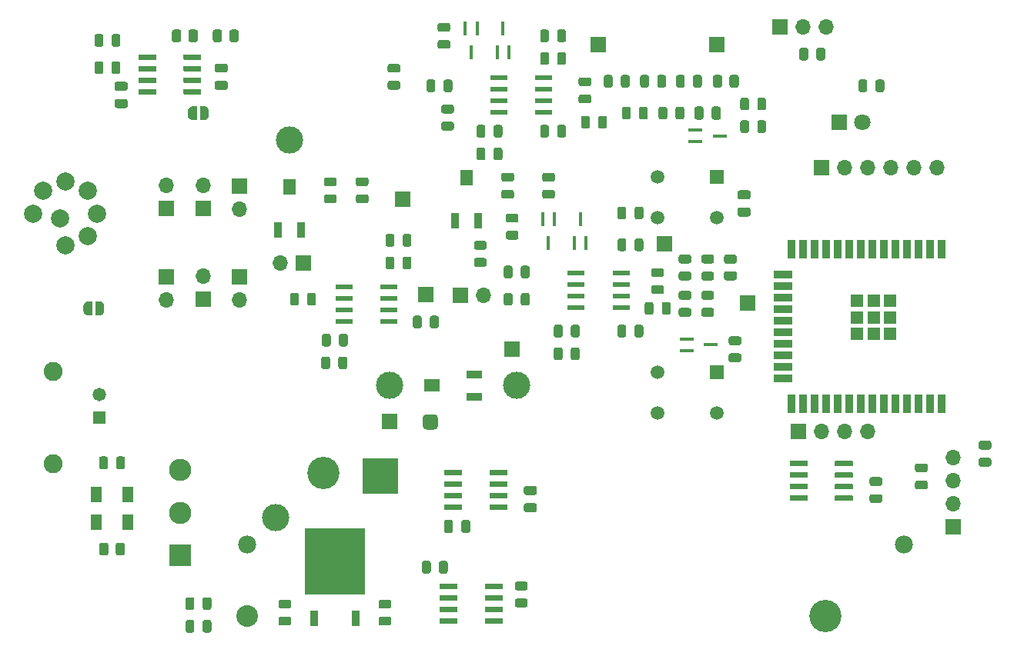
<source format=gbr>
%TF.GenerationSoftware,KiCad,Pcbnew,(5.1.10)-1*%
%TF.CreationDate,2022-05-25T15:21:49+02:00*%
%TF.ProjectId,NGL_Proto_EURO,4e474c5f-5072-46f7-946f-5f4555524f2e,V1*%
%TF.SameCoordinates,Original*%
%TF.FileFunction,Soldermask,Top*%
%TF.FilePolarity,Negative*%
%FSLAX46Y46*%
G04 Gerber Fmt 4.6, Leading zero omitted, Abs format (unit mm)*
G04 Created by KiCad (PCBNEW (5.1.10)-1) date 2022-05-25 15:21:49*
%MOMM*%
%LPD*%
G01*
G04 APERTURE LIST*
%ADD10C,2.090000*%
%ADD11C,1.478000*%
%ADD12R,1.478000X1.478000*%
%ADD13C,1.498600*%
%ADD14R,1.498600X1.498600*%
%ADD15C,2.390000*%
%ADD16C,3.550000*%
%ADD17C,1.980000*%
%ADD18C,2.450000*%
%ADD19R,2.450000X2.450000*%
%ADD20R,1.969999X0.558000*%
%ADD21R,1.330000X1.330000*%
%ADD22R,0.900000X2.000000*%
%ADD23R,2.000000X0.900000*%
%ADD24O,1.700000X1.700000*%
%ADD25R,1.700000X1.700000*%
%ADD26R,0.450000X1.500000*%
%ADD27R,1.500000X0.450000*%
%ADD28R,1.800000X1.800000*%
%ADD29C,1.800000*%
%ADD30R,1.300000X1.700000*%
%ADD31R,0.872800X1.690599*%
%ADD32R,1.355400X1.690599*%
%ADD33R,0.939800X1.701800*%
%ADD34R,6.604000X7.315200*%
%ADD35C,0.100000*%
%ADD36C,3.000000*%
%ADD37R,4.000000X4.000000*%
%ADD38R,1.690599X0.872800*%
%ADD39R,1.690599X1.355400*%
%ADD40C,2.000000*%
G04 APERTURE END LIST*
D10*
%TO.C,J3*%
X107500000Y-89920000D03*
X107500000Y-100080000D03*
D11*
X112580000Y-92460000D03*
D12*
X112580000Y-95000000D03*
%TD*%
D13*
%TO.C,SW3*%
X173999999Y-68499999D03*
X173999999Y-73000000D03*
X180500001Y-73000000D03*
D14*
X180500001Y-68499999D03*
%TD*%
D13*
%TO.C,SW4*%
X173999999Y-89999999D03*
X173999999Y-94500000D03*
X180500001Y-94500000D03*
D14*
X180500001Y-89999999D03*
%TD*%
D15*
%TO.C,BT1*%
X128890000Y-116870000D03*
D16*
X192470000Y-116870000D03*
X137270000Y-101130000D03*
D17*
X201110000Y-109000000D03*
X128890000Y-109000000D03*
%TD*%
D18*
%TO.C,S1*%
X121500000Y-100800000D03*
X121500000Y-105500000D03*
D19*
X121500000Y-110200000D03*
%TD*%
D20*
%TO.C,U2*%
X161463800Y-57595000D03*
X161463800Y-58865000D03*
X161463800Y-60135000D03*
X161463800Y-61405000D03*
X156536200Y-61405000D03*
X156536200Y-60135000D03*
X156536200Y-58865000D03*
X156536200Y-57595000D03*
%TD*%
%TO.C,U1*%
X144463800Y-80595000D03*
X144463800Y-81865000D03*
X144463800Y-83135000D03*
X144463800Y-84405000D03*
X139536200Y-84405000D03*
X139536200Y-83135000D03*
X139536200Y-81865000D03*
X139536200Y-80595000D03*
%TD*%
%TO.C,U8*%
X169963800Y-79095000D03*
X169963800Y-80365000D03*
X169963800Y-81635000D03*
X169963800Y-82905000D03*
X165036200Y-82905000D03*
X165036200Y-81635000D03*
X165036200Y-80365000D03*
X165036200Y-79095000D03*
%TD*%
D21*
%TO.C,U4*%
X195925000Y-85835000D03*
X195925000Y-84000000D03*
X195925000Y-82165000D03*
X197760000Y-85835000D03*
X197760000Y-84000000D03*
X197760000Y-82165000D03*
X199595000Y-85835000D03*
X199595000Y-84000000D03*
X199595000Y-82165000D03*
D22*
X205260000Y-93500000D03*
X203990000Y-93500000D03*
X202720000Y-93500000D03*
X201450000Y-93500000D03*
X200180000Y-93500000D03*
X198910000Y-93500000D03*
X197640000Y-93500000D03*
X196370000Y-93500000D03*
X195100000Y-93500000D03*
X193830000Y-93500000D03*
X192560000Y-93500000D03*
X191290000Y-93500000D03*
X190020000Y-93500000D03*
X188750000Y-93500000D03*
D23*
X187750000Y-90715000D03*
X187750000Y-89445000D03*
X187750000Y-88175000D03*
X187750000Y-86905000D03*
X187750000Y-85635000D03*
X187750000Y-84365000D03*
X187750000Y-83095000D03*
X187750000Y-81825000D03*
X187750000Y-80555000D03*
X187750000Y-79285000D03*
D22*
X188750000Y-76500000D03*
X190020000Y-76500000D03*
X191290000Y-76500000D03*
X192560000Y-76500000D03*
X193830000Y-76500000D03*
X195100000Y-76500000D03*
X196370000Y-76500000D03*
X197640000Y-76500000D03*
X198910000Y-76500000D03*
X200180000Y-76500000D03*
X201450000Y-76500000D03*
X202720000Y-76500000D03*
X203990000Y-76500000D03*
X205260000Y-76500000D03*
%TD*%
D24*
%TO.C,J5*%
X197120000Y-96550000D03*
X194580000Y-96550000D03*
X192040000Y-96550000D03*
D25*
X189500000Y-96550000D03*
%TD*%
%TO.C,J2*%
X206500000Y-107080000D03*
D24*
X206500000Y-104540000D03*
X206500000Y-102000000D03*
X206500000Y-99460000D03*
%TD*%
D26*
%TO.C,D3*%
X162650000Y-73170000D03*
X161350000Y-73170000D03*
X162000000Y-75830000D03*
%TD*%
D27*
%TO.C,D4*%
X178170000Y-63350000D03*
X178170000Y-64650000D03*
X180830000Y-64000000D03*
%TD*%
D26*
%TO.C,D6*%
X156350000Y-54830000D03*
X157650000Y-54830000D03*
X157000000Y-52170000D03*
%TD*%
%TO.C,D11*%
X154150000Y-52170000D03*
X152850000Y-52170000D03*
X153500000Y-54830000D03*
%TD*%
%TO.C,D2*%
X164850000Y-75830000D03*
X166150000Y-75830000D03*
X165500000Y-73170000D03*
%TD*%
D27*
%TO.C,D5*%
X177170000Y-86350000D03*
X177170000Y-87650000D03*
X179830000Y-87000000D03*
%TD*%
D28*
%TO.C,D10*%
X194000000Y-62500000D03*
D29*
X196540000Y-62500000D03*
%TD*%
%TO.C,C19*%
G36*
G01*
X184950000Y-60956250D02*
X184950000Y-60043750D01*
G75*
G02*
X185193750Y-59800000I243750J0D01*
G01*
X185681250Y-59800000D01*
G75*
G02*
X185925000Y-60043750I0J-243750D01*
G01*
X185925000Y-60956250D01*
G75*
G02*
X185681250Y-61200000I-243750J0D01*
G01*
X185193750Y-61200000D01*
G75*
G02*
X184950000Y-60956250I0J243750D01*
G01*
G37*
G36*
G01*
X183075000Y-60956250D02*
X183075000Y-60043750D01*
G75*
G02*
X183318750Y-59800000I243750J0D01*
G01*
X183806250Y-59800000D01*
G75*
G02*
X184050000Y-60043750I0J-243750D01*
G01*
X184050000Y-60956250D01*
G75*
G02*
X183806250Y-61200000I-243750J0D01*
G01*
X183318750Y-61200000D01*
G75*
G02*
X183075000Y-60956250I0J243750D01*
G01*
G37*
%TD*%
%TO.C,R17*%
G36*
G01*
X184050000Y-62543750D02*
X184050000Y-63456250D01*
G75*
G02*
X183806250Y-63700000I-243750J0D01*
G01*
X183318750Y-63700000D01*
G75*
G02*
X183075000Y-63456250I0J243750D01*
G01*
X183075000Y-62543750D01*
G75*
G02*
X183318750Y-62300000I243750J0D01*
G01*
X183806250Y-62300000D01*
G75*
G02*
X184050000Y-62543750I0J-243750D01*
G01*
G37*
G36*
G01*
X185925000Y-62543750D02*
X185925000Y-63456250D01*
G75*
G02*
X185681250Y-63700000I-243750J0D01*
G01*
X185193750Y-63700000D01*
G75*
G02*
X184950000Y-63456250I0J243750D01*
G01*
X184950000Y-62543750D01*
G75*
G02*
X185193750Y-62300000I243750J0D01*
G01*
X185681250Y-62300000D01*
G75*
G02*
X185925000Y-62543750I0J-243750D01*
G01*
G37*
%TD*%
%TO.C,R18*%
G36*
G01*
X209543750Y-99450000D02*
X210456250Y-99450000D01*
G75*
G02*
X210700000Y-99693750I0J-243750D01*
G01*
X210700000Y-100181250D01*
G75*
G02*
X210456250Y-100425000I-243750J0D01*
G01*
X209543750Y-100425000D01*
G75*
G02*
X209300000Y-100181250I0J243750D01*
G01*
X209300000Y-99693750D01*
G75*
G02*
X209543750Y-99450000I243750J0D01*
G01*
G37*
G36*
G01*
X209543750Y-97575000D02*
X210456250Y-97575000D01*
G75*
G02*
X210700000Y-97818750I0J-243750D01*
G01*
X210700000Y-98306250D01*
G75*
G02*
X210456250Y-98550000I-243750J0D01*
G01*
X209543750Y-98550000D01*
G75*
G02*
X209300000Y-98306250I0J243750D01*
G01*
X209300000Y-97818750D01*
G75*
G02*
X209543750Y-97575000I243750J0D01*
G01*
G37*
%TD*%
%TO.C,R21*%
G36*
G01*
X182043750Y-86075000D02*
X182956250Y-86075000D01*
G75*
G02*
X183200000Y-86318750I0J-243750D01*
G01*
X183200000Y-86806250D01*
G75*
G02*
X182956250Y-87050000I-243750J0D01*
G01*
X182043750Y-87050000D01*
G75*
G02*
X181800000Y-86806250I0J243750D01*
G01*
X181800000Y-86318750D01*
G75*
G02*
X182043750Y-86075000I243750J0D01*
G01*
G37*
G36*
G01*
X182043750Y-87950000D02*
X182956250Y-87950000D01*
G75*
G02*
X183200000Y-88193750I0J-243750D01*
G01*
X183200000Y-88681250D01*
G75*
G02*
X182956250Y-88925000I-243750J0D01*
G01*
X182043750Y-88925000D01*
G75*
G02*
X181800000Y-88681250I0J243750D01*
G01*
X181800000Y-88193750D01*
G75*
G02*
X182043750Y-87950000I243750J0D01*
G01*
G37*
%TD*%
%TO.C,R19*%
G36*
G01*
X202543750Y-100075000D02*
X203456250Y-100075000D01*
G75*
G02*
X203700000Y-100318750I0J-243750D01*
G01*
X203700000Y-100806250D01*
G75*
G02*
X203456250Y-101050000I-243750J0D01*
G01*
X202543750Y-101050000D01*
G75*
G02*
X202300000Y-100806250I0J243750D01*
G01*
X202300000Y-100318750D01*
G75*
G02*
X202543750Y-100075000I243750J0D01*
G01*
G37*
G36*
G01*
X202543750Y-101950000D02*
X203456250Y-101950000D01*
G75*
G02*
X203700000Y-102193750I0J-243750D01*
G01*
X203700000Y-102681250D01*
G75*
G02*
X203456250Y-102925000I-243750J0D01*
G01*
X202543750Y-102925000D01*
G75*
G02*
X202300000Y-102681250I0J243750D01*
G01*
X202300000Y-102193750D01*
G75*
G02*
X202543750Y-101950000I243750J0D01*
G01*
G37*
%TD*%
%TO.C,R15*%
G36*
G01*
X197050000Y-58043750D02*
X197050000Y-58956250D01*
G75*
G02*
X196806250Y-59200000I-243750J0D01*
G01*
X196318750Y-59200000D01*
G75*
G02*
X196075000Y-58956250I0J243750D01*
G01*
X196075000Y-58043750D01*
G75*
G02*
X196318750Y-57800000I243750J0D01*
G01*
X196806250Y-57800000D01*
G75*
G02*
X197050000Y-58043750I0J-243750D01*
G01*
G37*
G36*
G01*
X198925000Y-58043750D02*
X198925000Y-58956250D01*
G75*
G02*
X198681250Y-59200000I-243750J0D01*
G01*
X198193750Y-59200000D01*
G75*
G02*
X197950000Y-58956250I0J243750D01*
G01*
X197950000Y-58043750D01*
G75*
G02*
X198193750Y-57800000I243750J0D01*
G01*
X198681250Y-57800000D01*
G75*
G02*
X198925000Y-58043750I0J-243750D01*
G01*
G37*
%TD*%
%TO.C,R14*%
G36*
G01*
X113600000Y-109049998D02*
X113600000Y-109950002D01*
G75*
G02*
X113350002Y-110200000I-249998J0D01*
G01*
X112824998Y-110200000D01*
G75*
G02*
X112575000Y-109950002I0J249998D01*
G01*
X112575000Y-109049998D01*
G75*
G02*
X112824998Y-108800000I249998J0D01*
G01*
X113350002Y-108800000D01*
G75*
G02*
X113600000Y-109049998I0J-249998D01*
G01*
G37*
G36*
G01*
X115425000Y-109049998D02*
X115425000Y-109950002D01*
G75*
G02*
X115175002Y-110200000I-249998J0D01*
G01*
X114649998Y-110200000D01*
G75*
G02*
X114400000Y-109950002I0J249998D01*
G01*
X114400000Y-109049998D01*
G75*
G02*
X114649998Y-108800000I249998J0D01*
G01*
X115175002Y-108800000D01*
G75*
G02*
X115425000Y-109049998I0J-249998D01*
G01*
G37*
%TD*%
%TO.C,C2*%
G36*
G01*
X137075000Y-86956250D02*
X137075000Y-86043750D01*
G75*
G02*
X137318750Y-85800000I243750J0D01*
G01*
X137806250Y-85800000D01*
G75*
G02*
X138050000Y-86043750I0J-243750D01*
G01*
X138050000Y-86956250D01*
G75*
G02*
X137806250Y-87200000I-243750J0D01*
G01*
X137318750Y-87200000D01*
G75*
G02*
X137075000Y-86956250I0J243750D01*
G01*
G37*
G36*
G01*
X138950000Y-86956250D02*
X138950000Y-86043750D01*
G75*
G02*
X139193750Y-85800000I243750J0D01*
G01*
X139681250Y-85800000D01*
G75*
G02*
X139925000Y-86043750I0J-243750D01*
G01*
X139925000Y-86956250D01*
G75*
G02*
X139681250Y-87200000I-243750J0D01*
G01*
X139193750Y-87200000D01*
G75*
G02*
X138950000Y-86956250I0J243750D01*
G01*
G37*
%TD*%
%TO.C,C3*%
G36*
G01*
X137013000Y-89456250D02*
X137013000Y-88543750D01*
G75*
G02*
X137256750Y-88300000I243750J0D01*
G01*
X137744250Y-88300000D01*
G75*
G02*
X137988000Y-88543750I0J-243750D01*
G01*
X137988000Y-89456250D01*
G75*
G02*
X137744250Y-89700000I-243750J0D01*
G01*
X137256750Y-89700000D01*
G75*
G02*
X137013000Y-89456250I0J243750D01*
G01*
G37*
G36*
G01*
X138888000Y-89456250D02*
X138888000Y-88543750D01*
G75*
G02*
X139131750Y-88300000I243750J0D01*
G01*
X139619250Y-88300000D01*
G75*
G02*
X139863000Y-88543750I0J-243750D01*
G01*
X139863000Y-89456250D01*
G75*
G02*
X139619250Y-89700000I-243750J0D01*
G01*
X139131750Y-89700000D01*
G75*
G02*
X138888000Y-89456250I0J243750D01*
G01*
G37*
%TD*%
%TO.C,C5*%
G36*
G01*
X145950000Y-75956250D02*
X145950000Y-75043750D01*
G75*
G02*
X146193750Y-74800000I243750J0D01*
G01*
X146681250Y-74800000D01*
G75*
G02*
X146925000Y-75043750I0J-243750D01*
G01*
X146925000Y-75956250D01*
G75*
G02*
X146681250Y-76200000I-243750J0D01*
G01*
X146193750Y-76200000D01*
G75*
G02*
X145950000Y-75956250I0J243750D01*
G01*
G37*
G36*
G01*
X144075000Y-75956250D02*
X144075000Y-75043750D01*
G75*
G02*
X144318750Y-74800000I243750J0D01*
G01*
X144806250Y-74800000D01*
G75*
G02*
X145050000Y-75043750I0J-243750D01*
G01*
X145050000Y-75956250D01*
G75*
G02*
X144806250Y-76200000I-243750J0D01*
G01*
X144318750Y-76200000D01*
G75*
G02*
X144075000Y-75956250I0J243750D01*
G01*
G37*
%TD*%
%TO.C,C6*%
G36*
G01*
X145950000Y-78456250D02*
X145950000Y-77543750D01*
G75*
G02*
X146193750Y-77300000I243750J0D01*
G01*
X146681250Y-77300000D01*
G75*
G02*
X146925000Y-77543750I0J-243750D01*
G01*
X146925000Y-78456250D01*
G75*
G02*
X146681250Y-78700000I-243750J0D01*
G01*
X146193750Y-78700000D01*
G75*
G02*
X145950000Y-78456250I0J243750D01*
G01*
G37*
G36*
G01*
X144075000Y-78456250D02*
X144075000Y-77543750D01*
G75*
G02*
X144318750Y-77300000I243750J0D01*
G01*
X144806250Y-77300000D01*
G75*
G02*
X145050000Y-77543750I0J-243750D01*
G01*
X145050000Y-78456250D01*
G75*
G02*
X144806250Y-78700000I-243750J0D01*
G01*
X144318750Y-78700000D01*
G75*
G02*
X144075000Y-78456250I0J243750D01*
G01*
G37*
%TD*%
%TO.C,C8*%
G36*
G01*
X176925000Y-61043750D02*
X176925000Y-61956250D01*
G75*
G02*
X176681250Y-62200000I-243750J0D01*
G01*
X176193750Y-62200000D01*
G75*
G02*
X175950000Y-61956250I0J243750D01*
G01*
X175950000Y-61043750D01*
G75*
G02*
X176193750Y-60800000I243750J0D01*
G01*
X176681250Y-60800000D01*
G75*
G02*
X176925000Y-61043750I0J-243750D01*
G01*
G37*
G36*
G01*
X175050000Y-61043750D02*
X175050000Y-61956250D01*
G75*
G02*
X174806250Y-62200000I-243750J0D01*
G01*
X174318750Y-62200000D01*
G75*
G02*
X174075000Y-61956250I0J243750D01*
G01*
X174075000Y-61043750D01*
G75*
G02*
X174318750Y-60800000I243750J0D01*
G01*
X174806250Y-60800000D01*
G75*
G02*
X175050000Y-61043750I0J-243750D01*
G01*
G37*
%TD*%
%TO.C,C9*%
G36*
G01*
X171950000Y-61956250D02*
X171950000Y-61043750D01*
G75*
G02*
X172193750Y-60800000I243750J0D01*
G01*
X172681250Y-60800000D01*
G75*
G02*
X172925000Y-61043750I0J-243750D01*
G01*
X172925000Y-61956250D01*
G75*
G02*
X172681250Y-62200000I-243750J0D01*
G01*
X172193750Y-62200000D01*
G75*
G02*
X171950000Y-61956250I0J243750D01*
G01*
G37*
G36*
G01*
X170075000Y-61956250D02*
X170075000Y-61043750D01*
G75*
G02*
X170318750Y-60800000I243750J0D01*
G01*
X170806250Y-60800000D01*
G75*
G02*
X171050000Y-61043750I0J-243750D01*
G01*
X171050000Y-61956250D01*
G75*
G02*
X170806250Y-62200000I-243750J0D01*
G01*
X170318750Y-62200000D01*
G75*
G02*
X170075000Y-61956250I0J243750D01*
G01*
G37*
%TD*%
%TO.C,C10*%
G36*
G01*
X161075000Y-53456250D02*
X161075000Y-52543750D01*
G75*
G02*
X161318750Y-52300000I243750J0D01*
G01*
X161806250Y-52300000D01*
G75*
G02*
X162050000Y-52543750I0J-243750D01*
G01*
X162050000Y-53456250D01*
G75*
G02*
X161806250Y-53700000I-243750J0D01*
G01*
X161318750Y-53700000D01*
G75*
G02*
X161075000Y-53456250I0J243750D01*
G01*
G37*
G36*
G01*
X162950000Y-53456250D02*
X162950000Y-52543750D01*
G75*
G02*
X163193750Y-52300000I243750J0D01*
G01*
X163681250Y-52300000D01*
G75*
G02*
X163925000Y-52543750I0J-243750D01*
G01*
X163925000Y-53456250D01*
G75*
G02*
X163681250Y-53700000I-243750J0D01*
G01*
X163193750Y-53700000D01*
G75*
G02*
X162950000Y-53456250I0J243750D01*
G01*
G37*
%TD*%
%TO.C,C11*%
G36*
G01*
X154075000Y-66456250D02*
X154075000Y-65543750D01*
G75*
G02*
X154318750Y-65300000I243750J0D01*
G01*
X154806250Y-65300000D01*
G75*
G02*
X155050000Y-65543750I0J-243750D01*
G01*
X155050000Y-66456250D01*
G75*
G02*
X154806250Y-66700000I-243750J0D01*
G01*
X154318750Y-66700000D01*
G75*
G02*
X154075000Y-66456250I0J243750D01*
G01*
G37*
G36*
G01*
X155950000Y-66456250D02*
X155950000Y-65543750D01*
G75*
G02*
X156193750Y-65300000I243750J0D01*
G01*
X156681250Y-65300000D01*
G75*
G02*
X156925000Y-65543750I0J-243750D01*
G01*
X156925000Y-66456250D01*
G75*
G02*
X156681250Y-66700000I-243750J0D01*
G01*
X156193750Y-66700000D01*
G75*
G02*
X155950000Y-66456250I0J243750D01*
G01*
G37*
%TD*%
%TO.C,C12*%
G36*
G01*
X161075000Y-55956250D02*
X161075000Y-55043750D01*
G75*
G02*
X161318750Y-54800000I243750J0D01*
G01*
X161806250Y-54800000D01*
G75*
G02*
X162050000Y-55043750I0J-243750D01*
G01*
X162050000Y-55956250D01*
G75*
G02*
X161806250Y-56200000I-243750J0D01*
G01*
X161318750Y-56200000D01*
G75*
G02*
X161075000Y-55956250I0J243750D01*
G01*
G37*
G36*
G01*
X162950000Y-55956250D02*
X162950000Y-55043750D01*
G75*
G02*
X163193750Y-54800000I243750J0D01*
G01*
X163681250Y-54800000D01*
G75*
G02*
X163925000Y-55043750I0J-243750D01*
G01*
X163925000Y-55956250D01*
G75*
G02*
X163681250Y-56200000I-243750J0D01*
G01*
X163193750Y-56200000D01*
G75*
G02*
X162950000Y-55956250I0J243750D01*
G01*
G37*
%TD*%
%TO.C,C13*%
G36*
G01*
X155950000Y-63956250D02*
X155950000Y-63043750D01*
G75*
G02*
X156193750Y-62800000I243750J0D01*
G01*
X156681250Y-62800000D01*
G75*
G02*
X156925000Y-63043750I0J-243750D01*
G01*
X156925000Y-63956250D01*
G75*
G02*
X156681250Y-64200000I-243750J0D01*
G01*
X156193750Y-64200000D01*
G75*
G02*
X155950000Y-63956250I0J243750D01*
G01*
G37*
G36*
G01*
X154075000Y-63956250D02*
X154075000Y-63043750D01*
G75*
G02*
X154318750Y-62800000I243750J0D01*
G01*
X154806250Y-62800000D01*
G75*
G02*
X155050000Y-63043750I0J-243750D01*
G01*
X155050000Y-63956250D01*
G75*
G02*
X154806250Y-64200000I-243750J0D01*
G01*
X154318750Y-64200000D01*
G75*
G02*
X154075000Y-63956250I0J243750D01*
G01*
G37*
%TD*%
%TO.C,C14*%
G36*
G01*
X132543750Y-116950000D02*
X133456250Y-116950000D01*
G75*
G02*
X133700000Y-117193750I0J-243750D01*
G01*
X133700000Y-117681250D01*
G75*
G02*
X133456250Y-117925000I-243750J0D01*
G01*
X132543750Y-117925000D01*
G75*
G02*
X132300000Y-117681250I0J243750D01*
G01*
X132300000Y-117193750D01*
G75*
G02*
X132543750Y-116950000I243750J0D01*
G01*
G37*
G36*
G01*
X132543750Y-115075000D02*
X133456250Y-115075000D01*
G75*
G02*
X133700000Y-115318750I0J-243750D01*
G01*
X133700000Y-115806250D01*
G75*
G02*
X133456250Y-116050000I-243750J0D01*
G01*
X132543750Y-116050000D01*
G75*
G02*
X132300000Y-115806250I0J243750D01*
G01*
X132300000Y-115318750D01*
G75*
G02*
X132543750Y-115075000I243750J0D01*
G01*
G37*
%TD*%
%TO.C,C15*%
G36*
G01*
X144456250Y-117925000D02*
X143543750Y-117925000D01*
G75*
G02*
X143300000Y-117681250I0J243750D01*
G01*
X143300000Y-117193750D01*
G75*
G02*
X143543750Y-116950000I243750J0D01*
G01*
X144456250Y-116950000D01*
G75*
G02*
X144700000Y-117193750I0J-243750D01*
G01*
X144700000Y-117681250D01*
G75*
G02*
X144456250Y-117925000I-243750J0D01*
G01*
G37*
G36*
G01*
X144456250Y-116050000D02*
X143543750Y-116050000D01*
G75*
G02*
X143300000Y-115806250I0J243750D01*
G01*
X143300000Y-115318750D01*
G75*
G02*
X143543750Y-115075000I243750J0D01*
G01*
X144456250Y-115075000D01*
G75*
G02*
X144700000Y-115318750I0J-243750D01*
G01*
X144700000Y-115806250D01*
G75*
G02*
X144456250Y-116050000I-243750J0D01*
G01*
G37*
%TD*%
%TO.C,C16*%
G36*
G01*
X159456250Y-114050000D02*
X158543750Y-114050000D01*
G75*
G02*
X158300000Y-113806250I0J243750D01*
G01*
X158300000Y-113318750D01*
G75*
G02*
X158543750Y-113075000I243750J0D01*
G01*
X159456250Y-113075000D01*
G75*
G02*
X159700000Y-113318750I0J-243750D01*
G01*
X159700000Y-113806250D01*
G75*
G02*
X159456250Y-114050000I-243750J0D01*
G01*
G37*
G36*
G01*
X159456250Y-115925000D02*
X158543750Y-115925000D01*
G75*
G02*
X158300000Y-115681250I0J243750D01*
G01*
X158300000Y-115193750D01*
G75*
G02*
X158543750Y-114950000I243750J0D01*
G01*
X159456250Y-114950000D01*
G75*
G02*
X159700000Y-115193750I0J-243750D01*
G01*
X159700000Y-115681250D01*
G75*
G02*
X159456250Y-115925000I-243750J0D01*
G01*
G37*
%TD*%
%TO.C,C17*%
G36*
G01*
X150925000Y-111043750D02*
X150925000Y-111956250D01*
G75*
G02*
X150681250Y-112200000I-243750J0D01*
G01*
X150193750Y-112200000D01*
G75*
G02*
X149950000Y-111956250I0J243750D01*
G01*
X149950000Y-111043750D01*
G75*
G02*
X150193750Y-110800000I243750J0D01*
G01*
X150681250Y-110800000D01*
G75*
G02*
X150925000Y-111043750I0J-243750D01*
G01*
G37*
G36*
G01*
X149050000Y-111043750D02*
X149050000Y-111956250D01*
G75*
G02*
X148806250Y-112200000I-243750J0D01*
G01*
X148318750Y-112200000D01*
G75*
G02*
X148075000Y-111956250I0J243750D01*
G01*
X148075000Y-111043750D01*
G75*
G02*
X148318750Y-110800000I243750J0D01*
G01*
X148806250Y-110800000D01*
G75*
G02*
X149050000Y-111043750I0J-243750D01*
G01*
G37*
%TD*%
D30*
%TO.C,D1*%
X112250000Y-103500000D03*
X115750000Y-103500000D03*
%TD*%
%TO.C,D7*%
X112250000Y-106500000D03*
X115750000Y-106500000D03*
%TD*%
D25*
%TO.C,J4*%
X192000000Y-67500000D03*
D24*
X194540000Y-67500000D03*
X197080000Y-67500000D03*
X199620000Y-67500000D03*
X202160000Y-67500000D03*
X204700000Y-67500000D03*
%TD*%
D25*
%TO.C,J6*%
X187460000Y-52000000D03*
D24*
X190000000Y-52000000D03*
X192540000Y-52000000D03*
%TD*%
%TO.C,JP1*%
X124000000Y-79460000D03*
D25*
X124000000Y-82000000D03*
%TD*%
%TO.C,JP2*%
X124000000Y-72000000D03*
D24*
X124000000Y-69460000D03*
%TD*%
D25*
%TO.C,JP3*%
X152300000Y-81550000D03*
D24*
X154840000Y-81550000D03*
%TD*%
D25*
%TO.C,JP4*%
X128000000Y-69500000D03*
D24*
X128000000Y-72040000D03*
%TD*%
%TO.C,JP8*%
X120000000Y-82040000D03*
D25*
X120000000Y-79500000D03*
%TD*%
%TO.C,JP9*%
X128000000Y-79500000D03*
D24*
X128000000Y-82040000D03*
%TD*%
%TO.C,JP10*%
X120000000Y-69460000D03*
D25*
X120000000Y-72000000D03*
%TD*%
D24*
%TO.C,JP11*%
X132460000Y-78000000D03*
D25*
X135000000Y-78000000D03*
%TD*%
%TO.C,R2*%
G36*
G01*
X138456250Y-71425000D02*
X137543750Y-71425000D01*
G75*
G02*
X137300000Y-71181250I0J243750D01*
G01*
X137300000Y-70693750D01*
G75*
G02*
X137543750Y-70450000I243750J0D01*
G01*
X138456250Y-70450000D01*
G75*
G02*
X138700000Y-70693750I0J-243750D01*
G01*
X138700000Y-71181250D01*
G75*
G02*
X138456250Y-71425000I-243750J0D01*
G01*
G37*
G36*
G01*
X138456250Y-69550000D02*
X137543750Y-69550000D01*
G75*
G02*
X137300000Y-69306250I0J243750D01*
G01*
X137300000Y-68818750D01*
G75*
G02*
X137543750Y-68575000I243750J0D01*
G01*
X138456250Y-68575000D01*
G75*
G02*
X138700000Y-68818750I0J-243750D01*
G01*
X138700000Y-69306250D01*
G75*
G02*
X138456250Y-69550000I-243750J0D01*
G01*
G37*
%TD*%
%TO.C,R3*%
G36*
G01*
X112575000Y-100456250D02*
X112575000Y-99543750D01*
G75*
G02*
X112818750Y-99300000I243750J0D01*
G01*
X113306250Y-99300000D01*
G75*
G02*
X113550000Y-99543750I0J-243750D01*
G01*
X113550000Y-100456250D01*
G75*
G02*
X113306250Y-100700000I-243750J0D01*
G01*
X112818750Y-100700000D01*
G75*
G02*
X112575000Y-100456250I0J243750D01*
G01*
G37*
G36*
G01*
X114450000Y-100456250D02*
X114450000Y-99543750D01*
G75*
G02*
X114693750Y-99300000I243750J0D01*
G01*
X115181250Y-99300000D01*
G75*
G02*
X115425000Y-99543750I0J-243750D01*
G01*
X115425000Y-100456250D01*
G75*
G02*
X115181250Y-100700000I-243750J0D01*
G01*
X114693750Y-100700000D01*
G75*
G02*
X114450000Y-100456250I0J243750D01*
G01*
G37*
%TD*%
%TO.C,R4*%
G36*
G01*
X136425000Y-81543750D02*
X136425000Y-82456250D01*
G75*
G02*
X136181250Y-82700000I-243750J0D01*
G01*
X135693750Y-82700000D01*
G75*
G02*
X135450000Y-82456250I0J243750D01*
G01*
X135450000Y-81543750D01*
G75*
G02*
X135693750Y-81300000I243750J0D01*
G01*
X136181250Y-81300000D01*
G75*
G02*
X136425000Y-81543750I0J-243750D01*
G01*
G37*
G36*
G01*
X134550000Y-81543750D02*
X134550000Y-82456250D01*
G75*
G02*
X134306250Y-82700000I-243750J0D01*
G01*
X133818750Y-82700000D01*
G75*
G02*
X133575000Y-82456250I0J243750D01*
G01*
X133575000Y-81543750D01*
G75*
G02*
X133818750Y-81300000I243750J0D01*
G01*
X134306250Y-81300000D01*
G75*
G02*
X134550000Y-81543750I0J-243750D01*
G01*
G37*
%TD*%
%TO.C,R6*%
G36*
G01*
X150043750Y-53450000D02*
X150956250Y-53450000D01*
G75*
G02*
X151200000Y-53693750I0J-243750D01*
G01*
X151200000Y-54181250D01*
G75*
G02*
X150956250Y-54425000I-243750J0D01*
G01*
X150043750Y-54425000D01*
G75*
G02*
X149800000Y-54181250I0J243750D01*
G01*
X149800000Y-53693750D01*
G75*
G02*
X150043750Y-53450000I243750J0D01*
G01*
G37*
G36*
G01*
X150043750Y-51575000D02*
X150956250Y-51575000D01*
G75*
G02*
X151200000Y-51818750I0J-243750D01*
G01*
X151200000Y-52306250D01*
G75*
G02*
X150956250Y-52550000I-243750J0D01*
G01*
X150043750Y-52550000D01*
G75*
G02*
X149800000Y-52306250I0J243750D01*
G01*
X149800000Y-51818750D01*
G75*
G02*
X150043750Y-51575000I243750J0D01*
G01*
G37*
%TD*%
%TO.C,R7*%
G36*
G01*
X148575000Y-58956250D02*
X148575000Y-58043750D01*
G75*
G02*
X148818750Y-57800000I243750J0D01*
G01*
X149306250Y-57800000D01*
G75*
G02*
X149550000Y-58043750I0J-243750D01*
G01*
X149550000Y-58956250D01*
G75*
G02*
X149306250Y-59200000I-243750J0D01*
G01*
X148818750Y-59200000D01*
G75*
G02*
X148575000Y-58956250I0J243750D01*
G01*
G37*
G36*
G01*
X150450000Y-58956250D02*
X150450000Y-58043750D01*
G75*
G02*
X150693750Y-57800000I243750J0D01*
G01*
X151181250Y-57800000D01*
G75*
G02*
X151425000Y-58043750I0J-243750D01*
G01*
X151425000Y-58956250D01*
G75*
G02*
X151181250Y-59200000I-243750J0D01*
G01*
X150693750Y-59200000D01*
G75*
G02*
X150450000Y-58956250I0J243750D01*
G01*
G37*
%TD*%
%TO.C,R8*%
G36*
G01*
X176013000Y-58456250D02*
X176013000Y-57543750D01*
G75*
G02*
X176256750Y-57300000I243750J0D01*
G01*
X176744250Y-57300000D01*
G75*
G02*
X176988000Y-57543750I0J-243750D01*
G01*
X176988000Y-58456250D01*
G75*
G02*
X176744250Y-58700000I-243750J0D01*
G01*
X176256750Y-58700000D01*
G75*
G02*
X176013000Y-58456250I0J243750D01*
G01*
G37*
G36*
G01*
X177888000Y-58456250D02*
X177888000Y-57543750D01*
G75*
G02*
X178131750Y-57300000I243750J0D01*
G01*
X178619250Y-57300000D01*
G75*
G02*
X178863000Y-57543750I0J-243750D01*
G01*
X178863000Y-58456250D01*
G75*
G02*
X178619250Y-58700000I-243750J0D01*
G01*
X178131750Y-58700000D01*
G75*
G02*
X177888000Y-58456250I0J243750D01*
G01*
G37*
%TD*%
%TO.C,R9*%
G36*
G01*
X173950000Y-58456250D02*
X173950000Y-57543750D01*
G75*
G02*
X174193750Y-57300000I243750J0D01*
G01*
X174681250Y-57300000D01*
G75*
G02*
X174925000Y-57543750I0J-243750D01*
G01*
X174925000Y-58456250D01*
G75*
G02*
X174681250Y-58700000I-243750J0D01*
G01*
X174193750Y-58700000D01*
G75*
G02*
X173950000Y-58456250I0J243750D01*
G01*
G37*
G36*
G01*
X172075000Y-58456250D02*
X172075000Y-57543750D01*
G75*
G02*
X172318750Y-57300000I243750J0D01*
G01*
X172806250Y-57300000D01*
G75*
G02*
X173050000Y-57543750I0J-243750D01*
G01*
X173050000Y-58456250D01*
G75*
G02*
X172806250Y-58700000I-243750J0D01*
G01*
X172318750Y-58700000D01*
G75*
G02*
X172075000Y-58456250I0J243750D01*
G01*
G37*
%TD*%
%TO.C,R10*%
G36*
G01*
X157956250Y-70925000D02*
X157043750Y-70925000D01*
G75*
G02*
X156800000Y-70681250I0J243750D01*
G01*
X156800000Y-70193750D01*
G75*
G02*
X157043750Y-69950000I243750J0D01*
G01*
X157956250Y-69950000D01*
G75*
G02*
X158200000Y-70193750I0J-243750D01*
G01*
X158200000Y-70681250D01*
G75*
G02*
X157956250Y-70925000I-243750J0D01*
G01*
G37*
G36*
G01*
X157956250Y-69050000D02*
X157043750Y-69050000D01*
G75*
G02*
X156800000Y-68806250I0J243750D01*
G01*
X156800000Y-68318750D01*
G75*
G02*
X157043750Y-68075000I243750J0D01*
G01*
X157956250Y-68075000D01*
G75*
G02*
X158200000Y-68318750I0J-243750D01*
G01*
X158200000Y-68806250D01*
G75*
G02*
X157956250Y-69050000I-243750J0D01*
G01*
G37*
%TD*%
%TO.C,R12*%
G36*
G01*
X148050000Y-84043750D02*
X148050000Y-84956250D01*
G75*
G02*
X147806250Y-85200000I-243750J0D01*
G01*
X147318750Y-85200000D01*
G75*
G02*
X147075000Y-84956250I0J243750D01*
G01*
X147075000Y-84043750D01*
G75*
G02*
X147318750Y-83800000I243750J0D01*
G01*
X147806250Y-83800000D01*
G75*
G02*
X148050000Y-84043750I0J-243750D01*
G01*
G37*
G36*
G01*
X149925000Y-84043750D02*
X149925000Y-84956250D01*
G75*
G02*
X149681250Y-85200000I-243750J0D01*
G01*
X149193750Y-85200000D01*
G75*
G02*
X148950000Y-84956250I0J243750D01*
G01*
X148950000Y-84043750D01*
G75*
G02*
X149193750Y-83800000I243750J0D01*
G01*
X149681250Y-83800000D01*
G75*
G02*
X149925000Y-84043750I0J-243750D01*
G01*
G37*
%TD*%
%TO.C,R13*%
G36*
G01*
X150443750Y-62450000D02*
X151356250Y-62450000D01*
G75*
G02*
X151600000Y-62693750I0J-243750D01*
G01*
X151600000Y-63181250D01*
G75*
G02*
X151356250Y-63425000I-243750J0D01*
G01*
X150443750Y-63425000D01*
G75*
G02*
X150200000Y-63181250I0J243750D01*
G01*
X150200000Y-62693750D01*
G75*
G02*
X150443750Y-62450000I243750J0D01*
G01*
G37*
G36*
G01*
X150443750Y-60575000D02*
X151356250Y-60575000D01*
G75*
G02*
X151600000Y-60818750I0J-243750D01*
G01*
X151600000Y-61306250D01*
G75*
G02*
X151356250Y-61550000I-243750J0D01*
G01*
X150443750Y-61550000D01*
G75*
G02*
X150200000Y-61306250I0J243750D01*
G01*
X150200000Y-60818750D01*
G75*
G02*
X150443750Y-60575000I243750J0D01*
G01*
G37*
%TD*%
%TO.C,R20*%
G36*
G01*
X191450000Y-55456250D02*
X191450000Y-54543750D01*
G75*
G02*
X191693750Y-54300000I243750J0D01*
G01*
X192181250Y-54300000D01*
G75*
G02*
X192425000Y-54543750I0J-243750D01*
G01*
X192425000Y-55456250D01*
G75*
G02*
X192181250Y-55700000I-243750J0D01*
G01*
X191693750Y-55700000D01*
G75*
G02*
X191450000Y-55456250I0J243750D01*
G01*
G37*
G36*
G01*
X189575000Y-55456250D02*
X189575000Y-54543750D01*
G75*
G02*
X189818750Y-54300000I243750J0D01*
G01*
X190306250Y-54300000D01*
G75*
G02*
X190550000Y-54543750I0J-243750D01*
G01*
X190550000Y-55456250D01*
G75*
G02*
X190306250Y-55700000I-243750J0D01*
G01*
X189818750Y-55700000D01*
G75*
G02*
X189575000Y-55456250I0J243750D01*
G01*
G37*
%TD*%
%TO.C,R22*%
G36*
G01*
X145456250Y-58925000D02*
X144543750Y-58925000D01*
G75*
G02*
X144300000Y-58681250I0J243750D01*
G01*
X144300000Y-58193750D01*
G75*
G02*
X144543750Y-57950000I243750J0D01*
G01*
X145456250Y-57950000D01*
G75*
G02*
X145700000Y-58193750I0J-243750D01*
G01*
X145700000Y-58681250D01*
G75*
G02*
X145456250Y-58925000I-243750J0D01*
G01*
G37*
G36*
G01*
X145456250Y-57050000D02*
X144543750Y-57050000D01*
G75*
G02*
X144300000Y-56806250I0J243750D01*
G01*
X144300000Y-56318750D01*
G75*
G02*
X144543750Y-56075000I243750J0D01*
G01*
X145456250Y-56075000D01*
G75*
G02*
X145700000Y-56318750I0J-243750D01*
G01*
X145700000Y-56806250D01*
G75*
G02*
X145456250Y-57050000I-243750J0D01*
G01*
G37*
%TD*%
%TO.C,R23*%
G36*
G01*
X166550000Y-62043750D02*
X166550000Y-62956250D01*
G75*
G02*
X166306250Y-63200000I-243750J0D01*
G01*
X165818750Y-63200000D01*
G75*
G02*
X165575000Y-62956250I0J243750D01*
G01*
X165575000Y-62043750D01*
G75*
G02*
X165818750Y-61800000I243750J0D01*
G01*
X166306250Y-61800000D01*
G75*
G02*
X166550000Y-62043750I0J-243750D01*
G01*
G37*
G36*
G01*
X168425000Y-62043750D02*
X168425000Y-62956250D01*
G75*
G02*
X168181250Y-63200000I-243750J0D01*
G01*
X167693750Y-63200000D01*
G75*
G02*
X167450000Y-62956250I0J243750D01*
G01*
X167450000Y-62043750D01*
G75*
G02*
X167693750Y-61800000I243750J0D01*
G01*
X168181250Y-61800000D01*
G75*
G02*
X168425000Y-62043750I0J-243750D01*
G01*
G37*
%TD*%
%TO.C,R24*%
G36*
G01*
X161075000Y-63956250D02*
X161075000Y-63043750D01*
G75*
G02*
X161318750Y-62800000I243750J0D01*
G01*
X161806250Y-62800000D01*
G75*
G02*
X162050000Y-63043750I0J-243750D01*
G01*
X162050000Y-63956250D01*
G75*
G02*
X161806250Y-64200000I-243750J0D01*
G01*
X161318750Y-64200000D01*
G75*
G02*
X161075000Y-63956250I0J243750D01*
G01*
G37*
G36*
G01*
X162950000Y-63956250D02*
X162950000Y-63043750D01*
G75*
G02*
X163193750Y-62800000I243750J0D01*
G01*
X163681250Y-62800000D01*
G75*
G02*
X163925000Y-63043750I0J-243750D01*
G01*
X163925000Y-63956250D01*
G75*
G02*
X163681250Y-64200000I-243750J0D01*
G01*
X163193750Y-64200000D01*
G75*
G02*
X162950000Y-63956250I0J243750D01*
G01*
G37*
%TD*%
%TO.C,R25*%
G36*
G01*
X166456250Y-58550000D02*
X165543750Y-58550000D01*
G75*
G02*
X165300000Y-58306250I0J243750D01*
G01*
X165300000Y-57818750D01*
G75*
G02*
X165543750Y-57575000I243750J0D01*
G01*
X166456250Y-57575000D01*
G75*
G02*
X166700000Y-57818750I0J-243750D01*
G01*
X166700000Y-58306250D01*
G75*
G02*
X166456250Y-58550000I-243750J0D01*
G01*
G37*
G36*
G01*
X166456250Y-60425000D02*
X165543750Y-60425000D01*
G75*
G02*
X165300000Y-60181250I0J243750D01*
G01*
X165300000Y-59693750D01*
G75*
G02*
X165543750Y-59450000I243750J0D01*
G01*
X166456250Y-59450000D01*
G75*
G02*
X166700000Y-59693750I0J-243750D01*
G01*
X166700000Y-60181250D01*
G75*
G02*
X166456250Y-60425000I-243750J0D01*
G01*
G37*
%TD*%
D31*
%TO.C,R10_POT1*%
X151750000Y-73349500D03*
X154250000Y-73349500D03*
D32*
X153000000Y-68650500D03*
%TD*%
%TO.C,R2_POT1*%
X133500000Y-69650500D03*
D31*
X134750000Y-74349500D03*
X132250000Y-74349500D03*
%TD*%
D25*
%TO.C,TP2*%
X180500000Y-54000000D03*
%TD*%
%TO.C,TP7*%
X144500000Y-95450000D03*
%TD*%
%TO.C,TP8*%
G36*
G01*
X148150000Y-95925000D02*
X148150000Y-95075000D01*
G75*
G02*
X148575000Y-94650000I425000J0D01*
G01*
X149425000Y-94650000D01*
G75*
G02*
X149850000Y-95075000I0J-425000D01*
G01*
X149850000Y-95925000D01*
G75*
G02*
X149425000Y-96350000I-425000J0D01*
G01*
X148575000Y-96350000D01*
G75*
G02*
X148150000Y-95925000I0J425000D01*
G01*
G37*
%TD*%
D33*
%TO.C,U5*%
X136239400Y-117096000D03*
D34*
X138500000Y-110847600D03*
D33*
X140760600Y-117096000D03*
%TD*%
%TO.C,U6*%
G36*
G01*
X152010000Y-117151300D02*
X152010000Y-117658700D01*
G75*
G02*
X151968700Y-117700000I-41300J0D01*
G01*
X150081300Y-117700000D01*
G75*
G02*
X150040000Y-117658700I0J41300D01*
G01*
X150040000Y-117151300D01*
G75*
G02*
X150081300Y-117110000I41300J0D01*
G01*
X151968700Y-117110000D01*
G75*
G02*
X152010000Y-117151300I0J-41300D01*
G01*
G37*
G36*
G01*
X152010000Y-115881300D02*
X152010000Y-116388700D01*
G75*
G02*
X151968700Y-116430000I-41300J0D01*
G01*
X150081300Y-116430000D01*
G75*
G02*
X150040000Y-116388700I0J41300D01*
G01*
X150040000Y-115881300D01*
G75*
G02*
X150081300Y-115840000I41300J0D01*
G01*
X151968700Y-115840000D01*
G75*
G02*
X152010000Y-115881300I0J-41300D01*
G01*
G37*
G36*
G01*
X152010000Y-114611300D02*
X152010000Y-115118700D01*
G75*
G02*
X151968700Y-115160000I-41300J0D01*
G01*
X150081300Y-115160000D01*
G75*
G02*
X150040000Y-115118700I0J41300D01*
G01*
X150040000Y-114611300D01*
G75*
G02*
X150081300Y-114570000I41300J0D01*
G01*
X151968700Y-114570000D01*
G75*
G02*
X152010000Y-114611300I0J-41300D01*
G01*
G37*
G36*
G01*
X152010000Y-113341300D02*
X152010000Y-113848700D01*
G75*
G02*
X151968700Y-113890000I-41300J0D01*
G01*
X150081300Y-113890000D01*
G75*
G02*
X150040000Y-113848700I0J41300D01*
G01*
X150040000Y-113341300D01*
G75*
G02*
X150081300Y-113300000I41300J0D01*
G01*
X151968700Y-113300000D01*
G75*
G02*
X152010000Y-113341300I0J-41300D01*
G01*
G37*
G36*
G01*
X156960000Y-113341300D02*
X156960000Y-113848700D01*
G75*
G02*
X156918700Y-113890000I-41300J0D01*
G01*
X155031300Y-113890000D01*
G75*
G02*
X154990000Y-113848700I0J41300D01*
G01*
X154990000Y-113341300D01*
G75*
G02*
X155031300Y-113300000I41300J0D01*
G01*
X156918700Y-113300000D01*
G75*
G02*
X156960000Y-113341300I0J-41300D01*
G01*
G37*
G36*
G01*
X156960000Y-114611300D02*
X156960000Y-115118700D01*
G75*
G02*
X156918700Y-115160000I-41300J0D01*
G01*
X155031300Y-115160000D01*
G75*
G02*
X154990000Y-115118700I0J41300D01*
G01*
X154990000Y-114611300D01*
G75*
G02*
X155031300Y-114570000I41300J0D01*
G01*
X156918700Y-114570000D01*
G75*
G02*
X156960000Y-114611300I0J-41300D01*
G01*
G37*
G36*
G01*
X156960000Y-115881300D02*
X156960000Y-116388700D01*
G75*
G02*
X156918700Y-116430000I-41300J0D01*
G01*
X155031300Y-116430000D01*
G75*
G02*
X154990000Y-116388700I0J41300D01*
G01*
X154990000Y-115881300D01*
G75*
G02*
X155031300Y-115840000I41300J0D01*
G01*
X156918700Y-115840000D01*
G75*
G02*
X156960000Y-115881300I0J-41300D01*
G01*
G37*
G36*
G01*
X156960000Y-117151300D02*
X156960000Y-117658700D01*
G75*
G02*
X156918700Y-117700000I-41300J0D01*
G01*
X155031300Y-117700000D01*
G75*
G02*
X154990000Y-117658700I0J41300D01*
G01*
X154990000Y-117151300D01*
G75*
G02*
X155031300Y-117110000I41300J0D01*
G01*
X156918700Y-117110000D01*
G75*
G02*
X156960000Y-117151300I0J-41300D01*
G01*
G37*
%TD*%
D35*
%TO.C,SB1*%
G36*
X123650000Y-60750000D02*
G01*
X124150000Y-60750000D01*
X124150000Y-60750602D01*
X124174534Y-60750602D01*
X124223365Y-60755412D01*
X124271490Y-60764984D01*
X124318445Y-60779228D01*
X124363778Y-60798005D01*
X124407051Y-60821136D01*
X124447850Y-60848396D01*
X124485779Y-60879524D01*
X124520476Y-60914221D01*
X124551604Y-60952150D01*
X124578864Y-60992949D01*
X124601995Y-61036222D01*
X124620772Y-61081555D01*
X124635016Y-61128510D01*
X124644588Y-61176635D01*
X124649398Y-61225466D01*
X124649398Y-61250000D01*
X124650000Y-61250000D01*
X124650000Y-61750000D01*
X124649398Y-61750000D01*
X124649398Y-61774534D01*
X124644588Y-61823365D01*
X124635016Y-61871490D01*
X124620772Y-61918445D01*
X124601995Y-61963778D01*
X124578864Y-62007051D01*
X124551604Y-62047850D01*
X124520476Y-62085779D01*
X124485779Y-62120476D01*
X124447850Y-62151604D01*
X124407051Y-62178864D01*
X124363778Y-62201995D01*
X124318445Y-62220772D01*
X124271490Y-62235016D01*
X124223365Y-62244588D01*
X124174534Y-62249398D01*
X124150000Y-62249398D01*
X124150000Y-62250000D01*
X123650000Y-62250000D01*
X123650000Y-60750000D01*
G37*
G36*
X122850000Y-62249398D02*
G01*
X122825466Y-62249398D01*
X122776635Y-62244588D01*
X122728510Y-62235016D01*
X122681555Y-62220772D01*
X122636222Y-62201995D01*
X122592949Y-62178864D01*
X122552150Y-62151604D01*
X122514221Y-62120476D01*
X122479524Y-62085779D01*
X122448396Y-62047850D01*
X122421136Y-62007051D01*
X122398005Y-61963778D01*
X122379228Y-61918445D01*
X122364984Y-61871490D01*
X122355412Y-61823365D01*
X122350602Y-61774534D01*
X122350602Y-61750000D01*
X122350000Y-61750000D01*
X122350000Y-61250000D01*
X122350602Y-61250000D01*
X122350602Y-61225466D01*
X122355412Y-61176635D01*
X122364984Y-61128510D01*
X122379228Y-61081555D01*
X122398005Y-61036222D01*
X122421136Y-60992949D01*
X122448396Y-60952150D01*
X122479524Y-60914221D01*
X122514221Y-60879524D01*
X122552150Y-60848396D01*
X122592949Y-60821136D01*
X122636222Y-60798005D01*
X122681555Y-60779228D01*
X122728510Y-60764984D01*
X122776635Y-60755412D01*
X122825466Y-60750602D01*
X122850000Y-60750602D01*
X122850000Y-60750000D01*
X123350000Y-60750000D01*
X123350000Y-62250000D01*
X122850000Y-62250000D01*
X122850000Y-62249398D01*
G37*
%TD*%
D36*
%TO.C,TPP2*%
X132000000Y-106000000D03*
%TD*%
D37*
%TO.C,TPP4*%
X143500000Y-101500000D03*
%TD*%
%TO.C,C18*%
G36*
G01*
X112075000Y-53956250D02*
X112075000Y-53043750D01*
G75*
G02*
X112318750Y-52800000I243750J0D01*
G01*
X112806250Y-52800000D01*
G75*
G02*
X113050000Y-53043750I0J-243750D01*
G01*
X113050000Y-53956250D01*
G75*
G02*
X112806250Y-54200000I-243750J0D01*
G01*
X112318750Y-54200000D01*
G75*
G02*
X112075000Y-53956250I0J243750D01*
G01*
G37*
G36*
G01*
X113950000Y-53956250D02*
X113950000Y-53043750D01*
G75*
G02*
X114193750Y-52800000I243750J0D01*
G01*
X114681250Y-52800000D01*
G75*
G02*
X114925000Y-53043750I0J-243750D01*
G01*
X114925000Y-53956250D01*
G75*
G02*
X114681250Y-54200000I-243750J0D01*
G01*
X114193750Y-54200000D01*
G75*
G02*
X113950000Y-53956250I0J243750D01*
G01*
G37*
%TD*%
%TO.C,C20*%
G36*
G01*
X176543750Y-82950000D02*
X177456250Y-82950000D01*
G75*
G02*
X177700000Y-83193750I0J-243750D01*
G01*
X177700000Y-83681250D01*
G75*
G02*
X177456250Y-83925000I-243750J0D01*
G01*
X176543750Y-83925000D01*
G75*
G02*
X176300000Y-83681250I0J243750D01*
G01*
X176300000Y-83193750D01*
G75*
G02*
X176543750Y-82950000I243750J0D01*
G01*
G37*
G36*
G01*
X176543750Y-81075000D02*
X177456250Y-81075000D01*
G75*
G02*
X177700000Y-81318750I0J-243750D01*
G01*
X177700000Y-81806250D01*
G75*
G02*
X177456250Y-82050000I-243750J0D01*
G01*
X176543750Y-82050000D01*
G75*
G02*
X176300000Y-81806250I0J243750D01*
G01*
X176300000Y-81318750D01*
G75*
G02*
X176543750Y-81075000I243750J0D01*
G01*
G37*
%TD*%
%TO.C,C21*%
G36*
G01*
X179043750Y-81075000D02*
X179956250Y-81075000D01*
G75*
G02*
X180200000Y-81318750I0J-243750D01*
G01*
X180200000Y-81806250D01*
G75*
G02*
X179956250Y-82050000I-243750J0D01*
G01*
X179043750Y-82050000D01*
G75*
G02*
X178800000Y-81806250I0J243750D01*
G01*
X178800000Y-81318750D01*
G75*
G02*
X179043750Y-81075000I243750J0D01*
G01*
G37*
G36*
G01*
X179043750Y-82950000D02*
X179956250Y-82950000D01*
G75*
G02*
X180200000Y-83193750I0J-243750D01*
G01*
X180200000Y-83681250D01*
G75*
G02*
X179956250Y-83925000I-243750J0D01*
G01*
X179043750Y-83925000D01*
G75*
G02*
X178800000Y-83681250I0J243750D01*
G01*
X178800000Y-83193750D01*
G75*
G02*
X179043750Y-82950000I243750J0D01*
G01*
G37*
%TD*%
D38*
%TO.C,POT1*%
X153849500Y-92750000D03*
X153849500Y-90250000D03*
D39*
X149150500Y-91500000D03*
%TD*%
%TO.C,R11*%
G36*
G01*
X112075000Y-56956250D02*
X112075000Y-56043750D01*
G75*
G02*
X112318750Y-55800000I243750J0D01*
G01*
X112806250Y-55800000D01*
G75*
G02*
X113050000Y-56043750I0J-243750D01*
G01*
X113050000Y-56956250D01*
G75*
G02*
X112806250Y-57200000I-243750J0D01*
G01*
X112318750Y-57200000D01*
G75*
G02*
X112075000Y-56956250I0J243750D01*
G01*
G37*
G36*
G01*
X113950000Y-56956250D02*
X113950000Y-56043750D01*
G75*
G02*
X114193750Y-55800000I243750J0D01*
G01*
X114681250Y-55800000D01*
G75*
G02*
X114925000Y-56043750I0J-243750D01*
G01*
X114925000Y-56956250D01*
G75*
G02*
X114681250Y-57200000I-243750J0D01*
G01*
X114193750Y-57200000D01*
G75*
G02*
X113950000Y-56956250I0J243750D01*
G01*
G37*
%TD*%
%TO.C,R16*%
G36*
G01*
X158950000Y-79456250D02*
X158950000Y-78543750D01*
G75*
G02*
X159193750Y-78300000I243750J0D01*
G01*
X159681250Y-78300000D01*
G75*
G02*
X159925000Y-78543750I0J-243750D01*
G01*
X159925000Y-79456250D01*
G75*
G02*
X159681250Y-79700000I-243750J0D01*
G01*
X159193750Y-79700000D01*
G75*
G02*
X158950000Y-79456250I0J243750D01*
G01*
G37*
G36*
G01*
X157075000Y-79456250D02*
X157075000Y-78543750D01*
G75*
G02*
X157318750Y-78300000I243750J0D01*
G01*
X157806250Y-78300000D01*
G75*
G02*
X158050000Y-78543750I0J-243750D01*
G01*
X158050000Y-79456250D01*
G75*
G02*
X157806250Y-79700000I-243750J0D01*
G01*
X157318750Y-79700000D01*
G75*
G02*
X157075000Y-79456250I0J243750D01*
G01*
G37*
%TD*%
%TO.C,R26*%
G36*
G01*
X159925000Y-81543750D02*
X159925000Y-82456250D01*
G75*
G02*
X159681250Y-82700000I-243750J0D01*
G01*
X159193750Y-82700000D01*
G75*
G02*
X158950000Y-82456250I0J243750D01*
G01*
X158950000Y-81543750D01*
G75*
G02*
X159193750Y-81300000I243750J0D01*
G01*
X159681250Y-81300000D01*
G75*
G02*
X159925000Y-81543750I0J-243750D01*
G01*
G37*
G36*
G01*
X158050000Y-81543750D02*
X158050000Y-82456250D01*
G75*
G02*
X157806250Y-82700000I-243750J0D01*
G01*
X157318750Y-82700000D01*
G75*
G02*
X157075000Y-82456250I0J243750D01*
G01*
X157075000Y-81543750D01*
G75*
G02*
X157318750Y-81300000I243750J0D01*
G01*
X157806250Y-81300000D01*
G75*
G02*
X158050000Y-81543750I0J-243750D01*
G01*
G37*
%TD*%
%TO.C,R27*%
G36*
G01*
X158456250Y-75425000D02*
X157543750Y-75425000D01*
G75*
G02*
X157300000Y-75181250I0J243750D01*
G01*
X157300000Y-74693750D01*
G75*
G02*
X157543750Y-74450000I243750J0D01*
G01*
X158456250Y-74450000D01*
G75*
G02*
X158700000Y-74693750I0J-243750D01*
G01*
X158700000Y-75181250D01*
G75*
G02*
X158456250Y-75425000I-243750J0D01*
G01*
G37*
G36*
G01*
X158456250Y-73550000D02*
X157543750Y-73550000D01*
G75*
G02*
X157300000Y-73306250I0J243750D01*
G01*
X157300000Y-72818750D01*
G75*
G02*
X157543750Y-72575000I243750J0D01*
G01*
X158456250Y-72575000D01*
G75*
G02*
X158700000Y-72818750I0J-243750D01*
G01*
X158700000Y-73306250D01*
G75*
G02*
X158456250Y-73550000I-243750J0D01*
G01*
G37*
%TD*%
%TO.C,R28*%
G36*
G01*
X154956250Y-76550000D02*
X154043750Y-76550000D01*
G75*
G02*
X153800000Y-76306250I0J243750D01*
G01*
X153800000Y-75818750D01*
G75*
G02*
X154043750Y-75575000I243750J0D01*
G01*
X154956250Y-75575000D01*
G75*
G02*
X155200000Y-75818750I0J-243750D01*
G01*
X155200000Y-76306250D01*
G75*
G02*
X154956250Y-76550000I-243750J0D01*
G01*
G37*
G36*
G01*
X154956250Y-78425000D02*
X154043750Y-78425000D01*
G75*
G02*
X153800000Y-78181250I0J243750D01*
G01*
X153800000Y-77693750D01*
G75*
G02*
X154043750Y-77450000I243750J0D01*
G01*
X154956250Y-77450000D01*
G75*
G02*
X155200000Y-77693750I0J-243750D01*
G01*
X155200000Y-78181250D01*
G75*
G02*
X154956250Y-78425000I-243750J0D01*
G01*
G37*
%TD*%
%TO.C,R29*%
G36*
G01*
X172575000Y-83456250D02*
X172575000Y-82543750D01*
G75*
G02*
X172818750Y-82300000I243750J0D01*
G01*
X173306250Y-82300000D01*
G75*
G02*
X173550000Y-82543750I0J-243750D01*
G01*
X173550000Y-83456250D01*
G75*
G02*
X173306250Y-83700000I-243750J0D01*
G01*
X172818750Y-83700000D01*
G75*
G02*
X172575000Y-83456250I0J243750D01*
G01*
G37*
G36*
G01*
X174450000Y-83456250D02*
X174450000Y-82543750D01*
G75*
G02*
X174693750Y-82300000I243750J0D01*
G01*
X175181250Y-82300000D01*
G75*
G02*
X175425000Y-82543750I0J-243750D01*
G01*
X175425000Y-83456250D01*
G75*
G02*
X175181250Y-83700000I-243750J0D01*
G01*
X174693750Y-83700000D01*
G75*
G02*
X174450000Y-83456250I0J243750D01*
G01*
G37*
%TD*%
%TO.C,R30*%
G36*
G01*
X171450000Y-85956250D02*
X171450000Y-85043750D01*
G75*
G02*
X171693750Y-84800000I243750J0D01*
G01*
X172181250Y-84800000D01*
G75*
G02*
X172425000Y-85043750I0J-243750D01*
G01*
X172425000Y-85956250D01*
G75*
G02*
X172181250Y-86200000I-243750J0D01*
G01*
X171693750Y-86200000D01*
G75*
G02*
X171450000Y-85956250I0J243750D01*
G01*
G37*
G36*
G01*
X169575000Y-85956250D02*
X169575000Y-85043750D01*
G75*
G02*
X169818750Y-84800000I243750J0D01*
G01*
X170306250Y-84800000D01*
G75*
G02*
X170550000Y-85043750I0J-243750D01*
G01*
X170550000Y-85956250D01*
G75*
G02*
X170306250Y-86200000I-243750J0D01*
G01*
X169818750Y-86200000D01*
G75*
G02*
X169575000Y-85956250I0J243750D01*
G01*
G37*
%TD*%
%TO.C,R31*%
G36*
G01*
X174456250Y-81425000D02*
X173543750Y-81425000D01*
G75*
G02*
X173300000Y-81181250I0J243750D01*
G01*
X173300000Y-80693750D01*
G75*
G02*
X173543750Y-80450000I243750J0D01*
G01*
X174456250Y-80450000D01*
G75*
G02*
X174700000Y-80693750I0J-243750D01*
G01*
X174700000Y-81181250D01*
G75*
G02*
X174456250Y-81425000I-243750J0D01*
G01*
G37*
G36*
G01*
X174456250Y-79550000D02*
X173543750Y-79550000D01*
G75*
G02*
X173300000Y-79306250I0J243750D01*
G01*
X173300000Y-78818750D01*
G75*
G02*
X173543750Y-78575000I243750J0D01*
G01*
X174456250Y-78575000D01*
G75*
G02*
X174700000Y-78818750I0J-243750D01*
G01*
X174700000Y-79306250D01*
G75*
G02*
X174456250Y-79550000I-243750J0D01*
G01*
G37*
%TD*%
%TO.C,R32*%
G36*
G01*
X177456250Y-78050000D02*
X176543750Y-78050000D01*
G75*
G02*
X176300000Y-77806250I0J243750D01*
G01*
X176300000Y-77318750D01*
G75*
G02*
X176543750Y-77075000I243750J0D01*
G01*
X177456250Y-77075000D01*
G75*
G02*
X177700000Y-77318750I0J-243750D01*
G01*
X177700000Y-77806250D01*
G75*
G02*
X177456250Y-78050000I-243750J0D01*
G01*
G37*
G36*
G01*
X177456250Y-79925000D02*
X176543750Y-79925000D01*
G75*
G02*
X176300000Y-79681250I0J243750D01*
G01*
X176300000Y-79193750D01*
G75*
G02*
X176543750Y-78950000I243750J0D01*
G01*
X177456250Y-78950000D01*
G75*
G02*
X177700000Y-79193750I0J-243750D01*
G01*
X177700000Y-79681250D01*
G75*
G02*
X177456250Y-79925000I-243750J0D01*
G01*
G37*
%TD*%
%TO.C,R33*%
G36*
G01*
X179956250Y-78050000D02*
X179043750Y-78050000D01*
G75*
G02*
X178800000Y-77806250I0J243750D01*
G01*
X178800000Y-77318750D01*
G75*
G02*
X179043750Y-77075000I243750J0D01*
G01*
X179956250Y-77075000D01*
G75*
G02*
X180200000Y-77318750I0J-243750D01*
G01*
X180200000Y-77806250D01*
G75*
G02*
X179956250Y-78050000I-243750J0D01*
G01*
G37*
G36*
G01*
X179956250Y-79925000D02*
X179043750Y-79925000D01*
G75*
G02*
X178800000Y-79681250I0J243750D01*
G01*
X178800000Y-79193750D01*
G75*
G02*
X179043750Y-78950000I243750J0D01*
G01*
X179956250Y-78950000D01*
G75*
G02*
X180200000Y-79193750I0J-243750D01*
G01*
X180200000Y-79681250D01*
G75*
G02*
X179956250Y-79925000I-243750J0D01*
G01*
G37*
%TD*%
D35*
%TO.C,SB2*%
G36*
X111850000Y-83750000D02*
G01*
X111350000Y-83750000D01*
X111350000Y-83749398D01*
X111325466Y-83749398D01*
X111276635Y-83744588D01*
X111228510Y-83735016D01*
X111181555Y-83720772D01*
X111136222Y-83701995D01*
X111092949Y-83678864D01*
X111052150Y-83651604D01*
X111014221Y-83620476D01*
X110979524Y-83585779D01*
X110948396Y-83547850D01*
X110921136Y-83507051D01*
X110898005Y-83463778D01*
X110879228Y-83418445D01*
X110864984Y-83371490D01*
X110855412Y-83323365D01*
X110850602Y-83274534D01*
X110850602Y-83250000D01*
X110850000Y-83250000D01*
X110850000Y-82750000D01*
X110850602Y-82750000D01*
X110850602Y-82725466D01*
X110855412Y-82676635D01*
X110864984Y-82628510D01*
X110879228Y-82581555D01*
X110898005Y-82536222D01*
X110921136Y-82492949D01*
X110948396Y-82452150D01*
X110979524Y-82414221D01*
X111014221Y-82379524D01*
X111052150Y-82348396D01*
X111092949Y-82321136D01*
X111136222Y-82298005D01*
X111181555Y-82279228D01*
X111228510Y-82264984D01*
X111276635Y-82255412D01*
X111325466Y-82250602D01*
X111350000Y-82250602D01*
X111350000Y-82250000D01*
X111850000Y-82250000D01*
X111850000Y-83750000D01*
G37*
G36*
X112650000Y-82250602D02*
G01*
X112674534Y-82250602D01*
X112723365Y-82255412D01*
X112771490Y-82264984D01*
X112818445Y-82279228D01*
X112863778Y-82298005D01*
X112907051Y-82321136D01*
X112947850Y-82348396D01*
X112985779Y-82379524D01*
X113020476Y-82414221D01*
X113051604Y-82452150D01*
X113078864Y-82492949D01*
X113101995Y-82536222D01*
X113120772Y-82581555D01*
X113135016Y-82628510D01*
X113144588Y-82676635D01*
X113149398Y-82725466D01*
X113149398Y-82750000D01*
X113150000Y-82750000D01*
X113150000Y-83250000D01*
X113149398Y-83250000D01*
X113149398Y-83274534D01*
X113144588Y-83323365D01*
X113135016Y-83371490D01*
X113120772Y-83418445D01*
X113101995Y-83463778D01*
X113078864Y-83507051D01*
X113051604Y-83547850D01*
X113020476Y-83585779D01*
X112985779Y-83620476D01*
X112947850Y-83651604D01*
X112907051Y-83678864D01*
X112863778Y-83701995D01*
X112818445Y-83720772D01*
X112771490Y-83735016D01*
X112723365Y-83744588D01*
X112674534Y-83749398D01*
X112650000Y-83749398D01*
X112650000Y-83750000D01*
X112150000Y-83750000D01*
X112150000Y-82250000D01*
X112650000Y-82250000D01*
X112650000Y-82250602D01*
G37*
%TD*%
D25*
%TO.C,TP4*%
X183900000Y-82400000D03*
%TD*%
%TO.C,U7*%
G36*
G01*
X150540000Y-101348700D02*
X150540000Y-100841300D01*
G75*
G02*
X150581300Y-100800000I41300J0D01*
G01*
X152468700Y-100800000D01*
G75*
G02*
X152510000Y-100841300I0J-41300D01*
G01*
X152510000Y-101348700D01*
G75*
G02*
X152468700Y-101390000I-41300J0D01*
G01*
X150581300Y-101390000D01*
G75*
G02*
X150540000Y-101348700I0J41300D01*
G01*
G37*
G36*
G01*
X150540000Y-102618700D02*
X150540000Y-102111300D01*
G75*
G02*
X150581300Y-102070000I41300J0D01*
G01*
X152468700Y-102070000D01*
G75*
G02*
X152510000Y-102111300I0J-41300D01*
G01*
X152510000Y-102618700D01*
G75*
G02*
X152468700Y-102660000I-41300J0D01*
G01*
X150581300Y-102660000D01*
G75*
G02*
X150540000Y-102618700I0J41300D01*
G01*
G37*
G36*
G01*
X150540000Y-103888700D02*
X150540000Y-103381300D01*
G75*
G02*
X150581300Y-103340000I41300J0D01*
G01*
X152468700Y-103340000D01*
G75*
G02*
X152510000Y-103381300I0J-41300D01*
G01*
X152510000Y-103888700D01*
G75*
G02*
X152468700Y-103930000I-41300J0D01*
G01*
X150581300Y-103930000D01*
G75*
G02*
X150540000Y-103888700I0J41300D01*
G01*
G37*
G36*
G01*
X150540000Y-105158700D02*
X150540000Y-104651300D01*
G75*
G02*
X150581300Y-104610000I41300J0D01*
G01*
X152468700Y-104610000D01*
G75*
G02*
X152510000Y-104651300I0J-41300D01*
G01*
X152510000Y-105158700D01*
G75*
G02*
X152468700Y-105200000I-41300J0D01*
G01*
X150581300Y-105200000D01*
G75*
G02*
X150540000Y-105158700I0J41300D01*
G01*
G37*
G36*
G01*
X155490000Y-105158700D02*
X155490000Y-104651300D01*
G75*
G02*
X155531300Y-104610000I41300J0D01*
G01*
X157418700Y-104610000D01*
G75*
G02*
X157460000Y-104651300I0J-41300D01*
G01*
X157460000Y-105158700D01*
G75*
G02*
X157418700Y-105200000I-41300J0D01*
G01*
X155531300Y-105200000D01*
G75*
G02*
X155490000Y-105158700I0J41300D01*
G01*
G37*
G36*
G01*
X155490000Y-103888700D02*
X155490000Y-103381300D01*
G75*
G02*
X155531300Y-103340000I41300J0D01*
G01*
X157418700Y-103340000D01*
G75*
G02*
X157460000Y-103381300I0J-41300D01*
G01*
X157460000Y-103888700D01*
G75*
G02*
X157418700Y-103930000I-41300J0D01*
G01*
X155531300Y-103930000D01*
G75*
G02*
X155490000Y-103888700I0J41300D01*
G01*
G37*
G36*
G01*
X155490000Y-102618700D02*
X155490000Y-102111300D01*
G75*
G02*
X155531300Y-102070000I41300J0D01*
G01*
X157418700Y-102070000D01*
G75*
G02*
X157460000Y-102111300I0J-41300D01*
G01*
X157460000Y-102618700D01*
G75*
G02*
X157418700Y-102660000I-41300J0D01*
G01*
X155531300Y-102660000D01*
G75*
G02*
X155490000Y-102618700I0J41300D01*
G01*
G37*
G36*
G01*
X155490000Y-101348700D02*
X155490000Y-100841300D01*
G75*
G02*
X155531300Y-100800000I41300J0D01*
G01*
X157418700Y-100800000D01*
G75*
G02*
X157460000Y-100841300I0J-41300D01*
G01*
X157460000Y-101348700D01*
G75*
G02*
X157418700Y-101390000I-41300J0D01*
G01*
X155531300Y-101390000D01*
G75*
G02*
X155490000Y-101348700I0J41300D01*
G01*
G37*
%TD*%
%TO.C,R1*%
G36*
G01*
X124925000Y-115043750D02*
X124925000Y-115956250D01*
G75*
G02*
X124681250Y-116200000I-243750J0D01*
G01*
X124193750Y-116200000D01*
G75*
G02*
X123950000Y-115956250I0J243750D01*
G01*
X123950000Y-115043750D01*
G75*
G02*
X124193750Y-114800000I243750J0D01*
G01*
X124681250Y-114800000D01*
G75*
G02*
X124925000Y-115043750I0J-243750D01*
G01*
G37*
G36*
G01*
X123050000Y-115043750D02*
X123050000Y-115956250D01*
G75*
G02*
X122806250Y-116200000I-243750J0D01*
G01*
X122318750Y-116200000D01*
G75*
G02*
X122075000Y-115956250I0J243750D01*
G01*
X122075000Y-115043750D01*
G75*
G02*
X122318750Y-114800000I243750J0D01*
G01*
X122806250Y-114800000D01*
G75*
G02*
X123050000Y-115043750I0J-243750D01*
G01*
G37*
%TD*%
%TO.C,R5*%
G36*
G01*
X123950000Y-118456250D02*
X123950000Y-117543750D01*
G75*
G02*
X124193750Y-117300000I243750J0D01*
G01*
X124681250Y-117300000D01*
G75*
G02*
X124925000Y-117543750I0J-243750D01*
G01*
X124925000Y-118456250D01*
G75*
G02*
X124681250Y-118700000I-243750J0D01*
G01*
X124193750Y-118700000D01*
G75*
G02*
X123950000Y-118456250I0J243750D01*
G01*
G37*
G36*
G01*
X122075000Y-118456250D02*
X122075000Y-117543750D01*
G75*
G02*
X122318750Y-117300000I243750J0D01*
G01*
X122806250Y-117300000D01*
G75*
G02*
X123050000Y-117543750I0J-243750D01*
G01*
X123050000Y-118456250D01*
G75*
G02*
X122806250Y-118700000I-243750J0D01*
G01*
X122318750Y-118700000D01*
G75*
G02*
X122075000Y-118456250I0J243750D01*
G01*
G37*
%TD*%
%TO.C,U9*%
G36*
G01*
X195460000Y-103651300D02*
X195460000Y-104158700D01*
G75*
G02*
X195418700Y-104200000I-41300J0D01*
G01*
X193531300Y-104200000D01*
G75*
G02*
X193490000Y-104158700I0J41300D01*
G01*
X193490000Y-103651300D01*
G75*
G02*
X193531300Y-103610000I41300J0D01*
G01*
X195418700Y-103610000D01*
G75*
G02*
X195460000Y-103651300I0J-41300D01*
G01*
G37*
G36*
G01*
X195460000Y-102381300D02*
X195460000Y-102888700D01*
G75*
G02*
X195418700Y-102930000I-41300J0D01*
G01*
X193531300Y-102930000D01*
G75*
G02*
X193490000Y-102888700I0J41300D01*
G01*
X193490000Y-102381300D01*
G75*
G02*
X193531300Y-102340000I41300J0D01*
G01*
X195418700Y-102340000D01*
G75*
G02*
X195460000Y-102381300I0J-41300D01*
G01*
G37*
G36*
G01*
X195460000Y-101111300D02*
X195460000Y-101618700D01*
G75*
G02*
X195418700Y-101660000I-41300J0D01*
G01*
X193531300Y-101660000D01*
G75*
G02*
X193490000Y-101618700I0J41300D01*
G01*
X193490000Y-101111300D01*
G75*
G02*
X193531300Y-101070000I41300J0D01*
G01*
X195418700Y-101070000D01*
G75*
G02*
X195460000Y-101111300I0J-41300D01*
G01*
G37*
G36*
G01*
X195460000Y-99841300D02*
X195460000Y-100348700D01*
G75*
G02*
X195418700Y-100390000I-41300J0D01*
G01*
X193531300Y-100390000D01*
G75*
G02*
X193490000Y-100348700I0J41300D01*
G01*
X193490000Y-99841300D01*
G75*
G02*
X193531300Y-99800000I41300J0D01*
G01*
X195418700Y-99800000D01*
G75*
G02*
X195460000Y-99841300I0J-41300D01*
G01*
G37*
G36*
G01*
X190510000Y-99841300D02*
X190510000Y-100348700D01*
G75*
G02*
X190468700Y-100390000I-41300J0D01*
G01*
X188581300Y-100390000D01*
G75*
G02*
X188540000Y-100348700I0J41300D01*
G01*
X188540000Y-99841300D01*
G75*
G02*
X188581300Y-99800000I41300J0D01*
G01*
X190468700Y-99800000D01*
G75*
G02*
X190510000Y-99841300I0J-41300D01*
G01*
G37*
G36*
G01*
X190510000Y-101111300D02*
X190510000Y-101618700D01*
G75*
G02*
X190468700Y-101660000I-41300J0D01*
G01*
X188581300Y-101660000D01*
G75*
G02*
X188540000Y-101618700I0J41300D01*
G01*
X188540000Y-101111300D01*
G75*
G02*
X188581300Y-101070000I41300J0D01*
G01*
X190468700Y-101070000D01*
G75*
G02*
X190510000Y-101111300I0J-41300D01*
G01*
G37*
G36*
G01*
X190510000Y-102381300D02*
X190510000Y-102888700D01*
G75*
G02*
X190468700Y-102930000I-41300J0D01*
G01*
X188581300Y-102930000D01*
G75*
G02*
X188540000Y-102888700I0J41300D01*
G01*
X188540000Y-102381300D01*
G75*
G02*
X188581300Y-102340000I41300J0D01*
G01*
X190468700Y-102340000D01*
G75*
G02*
X190510000Y-102381300I0J-41300D01*
G01*
G37*
G36*
G01*
X190510000Y-103651300D02*
X190510000Y-104158700D01*
G75*
G02*
X190468700Y-104200000I-41300J0D01*
G01*
X188581300Y-104200000D01*
G75*
G02*
X188540000Y-104158700I0J41300D01*
G01*
X188540000Y-103651300D01*
G75*
G02*
X188581300Y-103610000I41300J0D01*
G01*
X190468700Y-103610000D01*
G75*
G02*
X190510000Y-103651300I0J-41300D01*
G01*
G37*
%TD*%
%TO.C,C1*%
G36*
G01*
X197543750Y-101575000D02*
X198456250Y-101575000D01*
G75*
G02*
X198700000Y-101818750I0J-243750D01*
G01*
X198700000Y-102306250D01*
G75*
G02*
X198456250Y-102550000I-243750J0D01*
G01*
X197543750Y-102550000D01*
G75*
G02*
X197300000Y-102306250I0J243750D01*
G01*
X197300000Y-101818750D01*
G75*
G02*
X197543750Y-101575000I243750J0D01*
G01*
G37*
G36*
G01*
X197543750Y-103450000D02*
X198456250Y-103450000D01*
G75*
G02*
X198700000Y-103693750I0J-243750D01*
G01*
X198700000Y-104181250D01*
G75*
G02*
X198456250Y-104425000I-243750J0D01*
G01*
X197543750Y-104425000D01*
G75*
G02*
X197300000Y-104181250I0J243750D01*
G01*
X197300000Y-103693750D01*
G75*
G02*
X197543750Y-103450000I243750J0D01*
G01*
G37*
%TD*%
%TO.C,C4*%
G36*
G01*
X126475000Y-58950000D02*
X125525000Y-58950000D01*
G75*
G02*
X125275000Y-58700000I0J250000D01*
G01*
X125275000Y-58200000D01*
G75*
G02*
X125525000Y-57950000I250000J0D01*
G01*
X126475000Y-57950000D01*
G75*
G02*
X126725000Y-58200000I0J-250000D01*
G01*
X126725000Y-58700000D01*
G75*
G02*
X126475000Y-58950000I-250000J0D01*
G01*
G37*
G36*
G01*
X126475000Y-57050000D02*
X125525000Y-57050000D01*
G75*
G02*
X125275000Y-56800000I0J250000D01*
G01*
X125275000Y-56300000D01*
G75*
G02*
X125525000Y-56050000I250000J0D01*
G01*
X126475000Y-56050000D01*
G75*
G02*
X126725000Y-56300000I0J-250000D01*
G01*
X126725000Y-56800000D01*
G75*
G02*
X126475000Y-57050000I-250000J0D01*
G01*
G37*
%TD*%
%TO.C,C7*%
G36*
G01*
X115475000Y-59050000D02*
X114525000Y-59050000D01*
G75*
G02*
X114275000Y-58800000I0J250000D01*
G01*
X114275000Y-58300000D01*
G75*
G02*
X114525000Y-58050000I250000J0D01*
G01*
X115475000Y-58050000D01*
G75*
G02*
X115725000Y-58300000I0J-250000D01*
G01*
X115725000Y-58800000D01*
G75*
G02*
X115475000Y-59050000I-250000J0D01*
G01*
G37*
G36*
G01*
X115475000Y-60950000D02*
X114525000Y-60950000D01*
G75*
G02*
X114275000Y-60700000I0J250000D01*
G01*
X114275000Y-60200000D01*
G75*
G02*
X114525000Y-59950000I250000J0D01*
G01*
X115475000Y-59950000D01*
G75*
G02*
X115725000Y-60200000I0J-250000D01*
G01*
X115725000Y-60700000D01*
G75*
G02*
X115475000Y-60950000I-250000J0D01*
G01*
G37*
%TD*%
%TO.C,R34*%
G36*
G01*
X121600000Y-52549998D02*
X121600000Y-53450002D01*
G75*
G02*
X121350002Y-53700000I-249998J0D01*
G01*
X120824998Y-53700000D01*
G75*
G02*
X120575000Y-53450002I0J249998D01*
G01*
X120575000Y-52549998D01*
G75*
G02*
X120824998Y-52300000I249998J0D01*
G01*
X121350002Y-52300000D01*
G75*
G02*
X121600000Y-52549998I0J-249998D01*
G01*
G37*
G36*
G01*
X123425000Y-52549998D02*
X123425000Y-53450002D01*
G75*
G02*
X123175002Y-53700000I-249998J0D01*
G01*
X122649998Y-53700000D01*
G75*
G02*
X122400000Y-53450002I0J249998D01*
G01*
X122400000Y-52549998D01*
G75*
G02*
X122649998Y-52300000I249998J0D01*
G01*
X123175002Y-52300000D01*
G75*
G02*
X123425000Y-52549998I0J-249998D01*
G01*
G37*
%TD*%
%TO.C,R35*%
G36*
G01*
X127925000Y-52549998D02*
X127925000Y-53450002D01*
G75*
G02*
X127675002Y-53700000I-249998J0D01*
G01*
X127149998Y-53700000D01*
G75*
G02*
X126900000Y-53450002I0J249998D01*
G01*
X126900000Y-52549998D01*
G75*
G02*
X127149998Y-52300000I249998J0D01*
G01*
X127675002Y-52300000D01*
G75*
G02*
X127925000Y-52549998I0J-249998D01*
G01*
G37*
G36*
G01*
X126100000Y-52549998D02*
X126100000Y-53450002D01*
G75*
G02*
X125850002Y-53700000I-249998J0D01*
G01*
X125324998Y-53700000D01*
G75*
G02*
X125075000Y-53450002I0J249998D01*
G01*
X125075000Y-52549998D01*
G75*
G02*
X125324998Y-52300000I249998J0D01*
G01*
X125850002Y-52300000D01*
G75*
G02*
X126100000Y-52549998I0J-249998D01*
G01*
G37*
%TD*%
%TO.C,U3*%
G36*
G01*
X123815000Y-58876300D02*
X123815000Y-59383700D01*
G75*
G02*
X123773700Y-59425000I-41300J0D01*
G01*
X121886300Y-59425000D01*
G75*
G02*
X121845000Y-59383700I0J41300D01*
G01*
X121845000Y-58876300D01*
G75*
G02*
X121886300Y-58835000I41300J0D01*
G01*
X123773700Y-58835000D01*
G75*
G02*
X123815000Y-58876300I0J-41300D01*
G01*
G37*
G36*
G01*
X123815000Y-57606300D02*
X123815000Y-58113700D01*
G75*
G02*
X123773700Y-58155000I-41300J0D01*
G01*
X121886300Y-58155000D01*
G75*
G02*
X121845000Y-58113700I0J41300D01*
G01*
X121845000Y-57606300D01*
G75*
G02*
X121886300Y-57565000I41300J0D01*
G01*
X123773700Y-57565000D01*
G75*
G02*
X123815000Y-57606300I0J-41300D01*
G01*
G37*
G36*
G01*
X123815000Y-56336300D02*
X123815000Y-56843700D01*
G75*
G02*
X123773700Y-56885000I-41300J0D01*
G01*
X121886300Y-56885000D01*
G75*
G02*
X121845000Y-56843700I0J41300D01*
G01*
X121845000Y-56336300D01*
G75*
G02*
X121886300Y-56295000I41300J0D01*
G01*
X123773700Y-56295000D01*
G75*
G02*
X123815000Y-56336300I0J-41300D01*
G01*
G37*
G36*
G01*
X123815000Y-55066300D02*
X123815000Y-55573700D01*
G75*
G02*
X123773700Y-55615000I-41300J0D01*
G01*
X121886300Y-55615000D01*
G75*
G02*
X121845000Y-55573700I0J41300D01*
G01*
X121845000Y-55066300D01*
G75*
G02*
X121886300Y-55025000I41300J0D01*
G01*
X123773700Y-55025000D01*
G75*
G02*
X123815000Y-55066300I0J-41300D01*
G01*
G37*
G36*
G01*
X118865000Y-55066300D02*
X118865000Y-55573700D01*
G75*
G02*
X118823700Y-55615000I-41300J0D01*
G01*
X116936300Y-55615000D01*
G75*
G02*
X116895000Y-55573700I0J41300D01*
G01*
X116895000Y-55066300D01*
G75*
G02*
X116936300Y-55025000I41300J0D01*
G01*
X118823700Y-55025000D01*
G75*
G02*
X118865000Y-55066300I0J-41300D01*
G01*
G37*
G36*
G01*
X118865000Y-56336300D02*
X118865000Y-56843700D01*
G75*
G02*
X118823700Y-56885000I-41300J0D01*
G01*
X116936300Y-56885000D01*
G75*
G02*
X116895000Y-56843700I0J41300D01*
G01*
X116895000Y-56336300D01*
G75*
G02*
X116936300Y-56295000I41300J0D01*
G01*
X118823700Y-56295000D01*
G75*
G02*
X118865000Y-56336300I0J-41300D01*
G01*
G37*
G36*
G01*
X118865000Y-57606300D02*
X118865000Y-58113700D01*
G75*
G02*
X118823700Y-58155000I-41300J0D01*
G01*
X116936300Y-58155000D01*
G75*
G02*
X116895000Y-58113700I0J41300D01*
G01*
X116895000Y-57606300D01*
G75*
G02*
X116936300Y-57565000I41300J0D01*
G01*
X118823700Y-57565000D01*
G75*
G02*
X118865000Y-57606300I0J-41300D01*
G01*
G37*
G36*
G01*
X118865000Y-58876300D02*
X118865000Y-59383700D01*
G75*
G02*
X118823700Y-59425000I-41300J0D01*
G01*
X116936300Y-59425000D01*
G75*
G02*
X116895000Y-59383700I0J41300D01*
G01*
X116895000Y-58876300D01*
G75*
G02*
X116936300Y-58835000I41300J0D01*
G01*
X118823700Y-58835000D01*
G75*
G02*
X118865000Y-58876300I0J-41300D01*
G01*
G37*
%TD*%
%TO.C,C22*%
G36*
G01*
X159525000Y-102550000D02*
X160475000Y-102550000D01*
G75*
G02*
X160725000Y-102800000I0J-250000D01*
G01*
X160725000Y-103300000D01*
G75*
G02*
X160475000Y-103550000I-250000J0D01*
G01*
X159525000Y-103550000D01*
G75*
G02*
X159275000Y-103300000I0J250000D01*
G01*
X159275000Y-102800000D01*
G75*
G02*
X159525000Y-102550000I250000J0D01*
G01*
G37*
G36*
G01*
X159525000Y-104450000D02*
X160475000Y-104450000D01*
G75*
G02*
X160725000Y-104700000I0J-250000D01*
G01*
X160725000Y-105200000D01*
G75*
G02*
X160475000Y-105450000I-250000J0D01*
G01*
X159525000Y-105450000D01*
G75*
G02*
X159275000Y-105200000I0J250000D01*
G01*
X159275000Y-104700000D01*
G75*
G02*
X159525000Y-104450000I250000J0D01*
G01*
G37*
%TD*%
%TO.C,C23*%
G36*
G01*
X151500000Y-106525000D02*
X151500000Y-107475000D01*
G75*
G02*
X151250000Y-107725000I-250000J0D01*
G01*
X150750000Y-107725000D01*
G75*
G02*
X150500000Y-107475000I0J250000D01*
G01*
X150500000Y-106525000D01*
G75*
G02*
X150750000Y-106275000I250000J0D01*
G01*
X151250000Y-106275000D01*
G75*
G02*
X151500000Y-106525000I0J-250000D01*
G01*
G37*
G36*
G01*
X153400000Y-106525000D02*
X153400000Y-107475000D01*
G75*
G02*
X153150000Y-107725000I-250000J0D01*
G01*
X152650000Y-107725000D01*
G75*
G02*
X152400000Y-107475000I0J250000D01*
G01*
X152400000Y-106525000D01*
G75*
G02*
X152650000Y-106275000I250000J0D01*
G01*
X153150000Y-106275000D01*
G75*
G02*
X153400000Y-106525000I0J-250000D01*
G01*
G37*
%TD*%
%TO.C,TP1*%
X146000000Y-71000000D03*
%TD*%
%TO.C,TP3*%
X148500000Y-81500000D03*
%TD*%
%TO.C,TP5*%
X167500000Y-54000000D03*
%TD*%
%TO.C,TP11*%
X158000000Y-87500000D03*
%TD*%
%TO.C,TP12*%
X174750000Y-75850000D03*
%TD*%
D36*
%TO.C,TPP3*%
X133500000Y-64500000D03*
%TD*%
%TO.C,C28*%
G36*
G01*
X180950000Y-61025000D02*
X180950000Y-61975000D01*
G75*
G02*
X180700000Y-62225000I-250000J0D01*
G01*
X180200000Y-62225000D01*
G75*
G02*
X179950000Y-61975000I0J250000D01*
G01*
X179950000Y-61025000D01*
G75*
G02*
X180200000Y-60775000I250000J0D01*
G01*
X180700000Y-60775000D01*
G75*
G02*
X180950000Y-61025000I0J-250000D01*
G01*
G37*
G36*
G01*
X179050000Y-61025000D02*
X179050000Y-61975000D01*
G75*
G02*
X178800000Y-62225000I-250000J0D01*
G01*
X178300000Y-62225000D01*
G75*
G02*
X178050000Y-61975000I0J250000D01*
G01*
X178050000Y-61025000D01*
G75*
G02*
X178300000Y-60775000I250000J0D01*
G01*
X178800000Y-60775000D01*
G75*
G02*
X179050000Y-61025000I0J-250000D01*
G01*
G37*
%TD*%
%TO.C,C29*%
G36*
G01*
X183975000Y-71000000D02*
X183025000Y-71000000D01*
G75*
G02*
X182775000Y-70750000I0J250000D01*
G01*
X182775000Y-70250000D01*
G75*
G02*
X183025000Y-70000000I250000J0D01*
G01*
X183975000Y-70000000D01*
G75*
G02*
X184225000Y-70250000I0J-250000D01*
G01*
X184225000Y-70750000D01*
G75*
G02*
X183975000Y-71000000I-250000J0D01*
G01*
G37*
G36*
G01*
X183975000Y-72900000D02*
X183025000Y-72900000D01*
G75*
G02*
X182775000Y-72650000I0J250000D01*
G01*
X182775000Y-72150000D01*
G75*
G02*
X183025000Y-71900000I250000J0D01*
G01*
X183975000Y-71900000D01*
G75*
G02*
X184225000Y-72150000I0J-250000D01*
G01*
X184225000Y-72650000D01*
G75*
G02*
X183975000Y-72900000I-250000J0D01*
G01*
G37*
%TD*%
%TO.C,R36*%
G36*
G01*
X180075000Y-58450002D02*
X180075000Y-57549998D01*
G75*
G02*
X180324998Y-57300000I249998J0D01*
G01*
X180850002Y-57300000D01*
G75*
G02*
X181100000Y-57549998I0J-249998D01*
G01*
X181100000Y-58450002D01*
G75*
G02*
X180850002Y-58700000I-249998J0D01*
G01*
X180324998Y-58700000D01*
G75*
G02*
X180075000Y-58450002I0J249998D01*
G01*
G37*
G36*
G01*
X181900000Y-58450002D02*
X181900000Y-57549998D01*
G75*
G02*
X182149998Y-57300000I249998J0D01*
G01*
X182675002Y-57300000D01*
G75*
G02*
X182925000Y-57549998I0J-249998D01*
G01*
X182925000Y-58450002D01*
G75*
G02*
X182675002Y-58700000I-249998J0D01*
G01*
X182149998Y-58700000D01*
G75*
G02*
X181900000Y-58450002I0J249998D01*
G01*
G37*
%TD*%
%TO.C,R37*%
G36*
G01*
X182450002Y-78100000D02*
X181549998Y-78100000D01*
G75*
G02*
X181300000Y-77850002I0J249998D01*
G01*
X181300000Y-77324998D01*
G75*
G02*
X181549998Y-77075000I249998J0D01*
G01*
X182450002Y-77075000D01*
G75*
G02*
X182700000Y-77324998I0J-249998D01*
G01*
X182700000Y-77850002D01*
G75*
G02*
X182450002Y-78100000I-249998J0D01*
G01*
G37*
G36*
G01*
X182450002Y-79925000D02*
X181549998Y-79925000D01*
G75*
G02*
X181300000Y-79675002I0J249998D01*
G01*
X181300000Y-79149998D01*
G75*
G02*
X181549998Y-78900000I249998J0D01*
G01*
X182450002Y-78900000D01*
G75*
G02*
X182700000Y-79149998I0J-249998D01*
G01*
X182700000Y-79675002D01*
G75*
G02*
X182450002Y-79925000I-249998J0D01*
G01*
G37*
%TD*%
%TO.C,TPP6*%
X158500000Y-91500000D03*
%TD*%
%TO.C,TPP10*%
X144500000Y-91500000D03*
%TD*%
%TO.C,R10P1*%
G36*
G01*
X162456250Y-70925000D02*
X161543750Y-70925000D01*
G75*
G02*
X161300000Y-70681250I0J243750D01*
G01*
X161300000Y-70193750D01*
G75*
G02*
X161543750Y-69950000I243750J0D01*
G01*
X162456250Y-69950000D01*
G75*
G02*
X162700000Y-70193750I0J-243750D01*
G01*
X162700000Y-70681250D01*
G75*
G02*
X162456250Y-70925000I-243750J0D01*
G01*
G37*
G36*
G01*
X162456250Y-69050000D02*
X161543750Y-69050000D01*
G75*
G02*
X161300000Y-68806250I0J243750D01*
G01*
X161300000Y-68318750D01*
G75*
G02*
X161543750Y-68075000I243750J0D01*
G01*
X162456250Y-68075000D01*
G75*
G02*
X162700000Y-68318750I0J-243750D01*
G01*
X162700000Y-68806250D01*
G75*
G02*
X162456250Y-69050000I-243750J0D01*
G01*
G37*
%TD*%
%TO.C,R2P1*%
G36*
G01*
X141956250Y-69550000D02*
X141043750Y-69550000D01*
G75*
G02*
X140800000Y-69306250I0J243750D01*
G01*
X140800000Y-68818750D01*
G75*
G02*
X141043750Y-68575000I243750J0D01*
G01*
X141956250Y-68575000D01*
G75*
G02*
X142200000Y-68818750I0J-243750D01*
G01*
X142200000Y-69306250D01*
G75*
G02*
X141956250Y-69550000I-243750J0D01*
G01*
G37*
G36*
G01*
X141956250Y-71425000D02*
X141043750Y-71425000D01*
G75*
G02*
X140800000Y-71181250I0J243750D01*
G01*
X140800000Y-70693750D01*
G75*
G02*
X141043750Y-70450000I243750J0D01*
G01*
X141956250Y-70450000D01*
G75*
G02*
X142200000Y-70693750I0J-243750D01*
G01*
X142200000Y-71181250D01*
G75*
G02*
X141956250Y-71425000I-243750J0D01*
G01*
G37*
%TD*%
%TO.C,R52S1*%
G36*
G01*
X169950000Y-58456250D02*
X169950000Y-57543750D01*
G75*
G02*
X170193750Y-57300000I243750J0D01*
G01*
X170681250Y-57300000D01*
G75*
G02*
X170925000Y-57543750I0J-243750D01*
G01*
X170925000Y-58456250D01*
G75*
G02*
X170681250Y-58700000I-243750J0D01*
G01*
X170193750Y-58700000D01*
G75*
G02*
X169950000Y-58456250I0J243750D01*
G01*
G37*
G36*
G01*
X168075000Y-58456250D02*
X168075000Y-57543750D01*
G75*
G02*
X168318750Y-57300000I243750J0D01*
G01*
X168806250Y-57300000D01*
G75*
G02*
X169050000Y-57543750I0J-243750D01*
G01*
X169050000Y-58456250D01*
G75*
G02*
X168806250Y-58700000I-243750J0D01*
G01*
X168318750Y-58700000D01*
G75*
G02*
X168075000Y-58456250I0J243750D01*
G01*
G37*
%TD*%
%TO.C,C24*%
G36*
G01*
X171450000Y-72956250D02*
X171450000Y-72043750D01*
G75*
G02*
X171693750Y-71800000I243750J0D01*
G01*
X172181250Y-71800000D01*
G75*
G02*
X172425000Y-72043750I0J-243750D01*
G01*
X172425000Y-72956250D01*
G75*
G02*
X172181250Y-73200000I-243750J0D01*
G01*
X171693750Y-73200000D01*
G75*
G02*
X171450000Y-72956250I0J243750D01*
G01*
G37*
G36*
G01*
X169575000Y-72956250D02*
X169575000Y-72043750D01*
G75*
G02*
X169818750Y-71800000I243750J0D01*
G01*
X170306250Y-71800000D01*
G75*
G02*
X170550000Y-72043750I0J-243750D01*
G01*
X170550000Y-72956250D01*
G75*
G02*
X170306250Y-73200000I-243750J0D01*
G01*
X169818750Y-73200000D01*
G75*
G02*
X169575000Y-72956250I0J243750D01*
G01*
G37*
%TD*%
%TO.C,C25*%
G36*
G01*
X164450000Y-88456250D02*
X164450000Y-87543750D01*
G75*
G02*
X164693750Y-87300000I243750J0D01*
G01*
X165181250Y-87300000D01*
G75*
G02*
X165425000Y-87543750I0J-243750D01*
G01*
X165425000Y-88456250D01*
G75*
G02*
X165181250Y-88700000I-243750J0D01*
G01*
X164693750Y-88700000D01*
G75*
G02*
X164450000Y-88456250I0J243750D01*
G01*
G37*
G36*
G01*
X162575000Y-88456250D02*
X162575000Y-87543750D01*
G75*
G02*
X162818750Y-87300000I243750J0D01*
G01*
X163306250Y-87300000D01*
G75*
G02*
X163550000Y-87543750I0J-243750D01*
G01*
X163550000Y-88456250D01*
G75*
G02*
X163306250Y-88700000I-243750J0D01*
G01*
X162818750Y-88700000D01*
G75*
G02*
X162575000Y-88456250I0J243750D01*
G01*
G37*
%TD*%
%TO.C,C26*%
G36*
G01*
X169575000Y-76456250D02*
X169575000Y-75543750D01*
G75*
G02*
X169818750Y-75300000I243750J0D01*
G01*
X170306250Y-75300000D01*
G75*
G02*
X170550000Y-75543750I0J-243750D01*
G01*
X170550000Y-76456250D01*
G75*
G02*
X170306250Y-76700000I-243750J0D01*
G01*
X169818750Y-76700000D01*
G75*
G02*
X169575000Y-76456250I0J243750D01*
G01*
G37*
G36*
G01*
X171450000Y-76456250D02*
X171450000Y-75543750D01*
G75*
G02*
X171693750Y-75300000I243750J0D01*
G01*
X172181250Y-75300000D01*
G75*
G02*
X172425000Y-75543750I0J-243750D01*
G01*
X172425000Y-76456250D01*
G75*
G02*
X172181250Y-76700000I-243750J0D01*
G01*
X171693750Y-76700000D01*
G75*
G02*
X171450000Y-76456250I0J243750D01*
G01*
G37*
%TD*%
%TO.C,C27*%
G36*
G01*
X162575000Y-85956250D02*
X162575000Y-85043750D01*
G75*
G02*
X162818750Y-84800000I243750J0D01*
G01*
X163306250Y-84800000D01*
G75*
G02*
X163550000Y-85043750I0J-243750D01*
G01*
X163550000Y-85956250D01*
G75*
G02*
X163306250Y-86200000I-243750J0D01*
G01*
X162818750Y-86200000D01*
G75*
G02*
X162575000Y-85956250I0J243750D01*
G01*
G37*
G36*
G01*
X164450000Y-85956250D02*
X164450000Y-85043750D01*
G75*
G02*
X164693750Y-84800000I243750J0D01*
G01*
X165181250Y-84800000D01*
G75*
G02*
X165425000Y-85043750I0J-243750D01*
G01*
X165425000Y-85956250D01*
G75*
G02*
X165181250Y-86200000I-243750J0D01*
G01*
X164693750Y-86200000D01*
G75*
G02*
X164450000Y-85956250I0J243750D01*
G01*
G37*
%TD*%
D40*
%TO.C,J1*%
X111334874Y-75034874D03*
X108860000Y-76060000D03*
X108294315Y-73125685D03*
X105360000Y-72560000D03*
X106385126Y-70085126D03*
X108860000Y-69060000D03*
X111334874Y-70085126D03*
X112360000Y-72560000D03*
%TD*%
M02*

</source>
